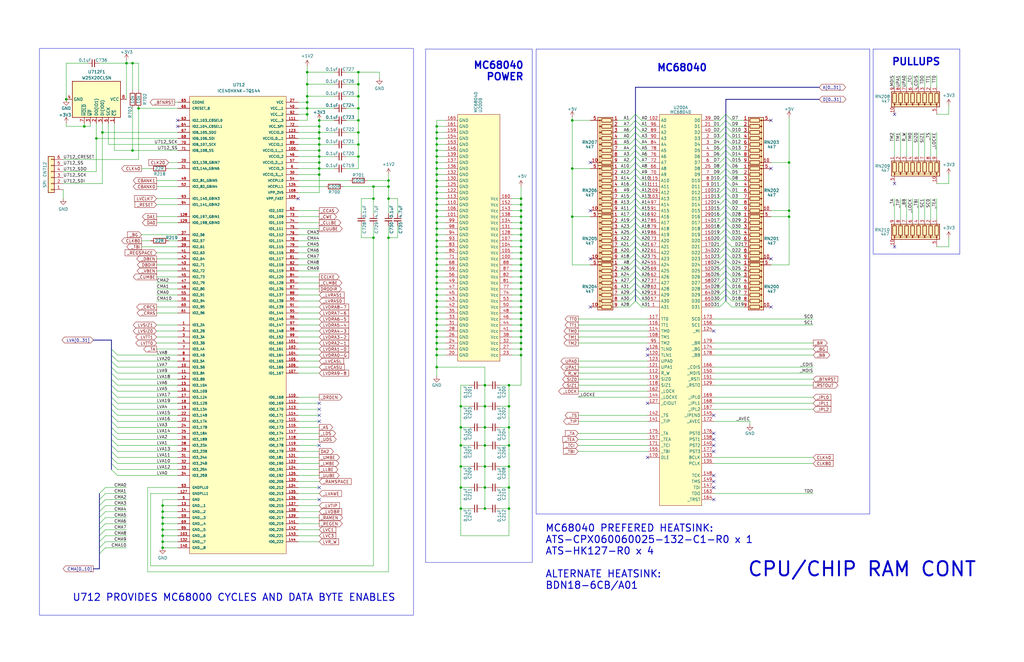
<source format=kicad_sch>
(kicad_sch (version 20231120) (generator "eeschema") (generator_version "8.0")
  (paper "B")
  (title_block (title "AMIGA PCI") (date "2024-04-30") (rev "3.0"))
  (junction (at 184.15 66.04))
  (junction (at 184.15 86.36))
  (junction (at 184.15 60.96))
  (junction (at 163.83 100.33))
  (junction (at 194.31 205.74))
  (junction (at 204.47 180.34))
  (junction (at 214.63 180.34))
  (junction (at 151.13 30.48))
  (junction (at 194.31 214.63))
  (junction (at 184.15 71.12))
  (junction (at 332.74 68.58))
  (junction (at 184.15 78.74))
  (junction (at 184.15 137.16))
  (junction (at 184.15 129.54))
  (junction (at 219.71 132.08))
  (junction (at 219.71 147.32))
  (junction (at 219.71 124.46))
  (junction (at 184.15 134.62))
  (junction (at 219.71 142.24))
  (junction (at 134.62 53.34))
  (junction (at 184.15 154.94))
  (junction (at 204.47 187.96))
  (junction (at 184.15 139.7))
  (junction (at 134.62 58.42))
  (junction (at 194.31 180.34))
  (junction (at 219.71 106.68))
  (junction (at 184.15 106.68))
  (junction (at 184.15 83.82))
  (junction (at 184.15 73.66))
  (junction (at 184.15 149.86))
  (junction (at 204.47 205.74))
  (junction (at 151.13 50.8))
  (junction (at 219.71 109.22))
  (junction (at 184.15 96.52))
  (junction (at 151.13 55.88))
  (junction (at 219.71 149.86))
  (junction (at 184.15 114.3))
  (junction (at 194.31 171.45))
  (junction (at 219.71 116.84))
  (junction (at 68.58 223.52))
  (junction (at 219.71 101.6))
  (junction (at 129.54 43.18))
  (junction (at 27.94 41.91))
  (junction (at 332.74 91.44))
  (junction (at 134.62 66.04))
  (junction (at 184.15 68.58))
  (junction (at 129.54 48.26))
  (junction (at 219.71 96.52))
  (junction (at 214.63 196.85))
  (junction (at 129.54 35.56))
  (junction (at 68.58 220.98))
  (junction (at 163.83 83.82))
  (junction (at 184.15 119.38))
  (junction (at 184.15 99.06))
  (junction (at 134.62 73.66))
  (junction (at 134.62 60.96))
  (junction (at 68.58 231.14))
  (junction (at 151.13 60.96))
  (junction (at 219.71 134.62))
  (junction (at 184.15 147.32))
  (junction (at 219.71 86.36))
  (junction (at 134.62 50.8))
  (junction (at 219.71 119.38))
  (junction (at 184.15 76.2))
  (junction (at 157.48 83.82))
  (junction (at 184.15 111.76))
  (junction (at 184.15 58.42))
  (junction (at 68.58 213.36))
  (junction (at 219.71 91.44))
  (junction (at 184.15 91.44))
  (junction (at 204.47 171.45))
  (junction (at 332.74 88.9))
  (junction (at 184.15 142.24))
  (junction (at 53.34 26.67))
  (junction (at 214.63 214.63))
  (junction (at 151.13 40.64))
  (junction (at 134.62 55.88))
  (junction (at 219.71 137.16))
  (junction (at 184.15 127))
  (junction (at 43.18 55.88))
  (junction (at 184.15 101.6))
  (junction (at 219.71 93.98))
  (junction (at 219.71 129.54))
  (junction (at 219.71 121.92))
  (junction (at 214.63 162.56))
  (junction (at 58.42 45.72))
  (junction (at 184.15 88.9))
  (junction (at 163.83 76.2))
  (junction (at 219.71 83.82))
  (junction (at 184.15 55.88))
  (junction (at 184.15 93.98))
  (junction (at 68.58 228.6))
  (junction (at 157.48 100.33))
  (junction (at 219.71 104.14))
  (junction (at 184.15 132.08))
  (junction (at 184.15 109.22))
  (junction (at 184.15 144.78))
  (junction (at 219.71 88.9))
  (junction (at 68.58 215.9))
  (junction (at 219.71 111.76))
  (junction (at 204.47 196.85))
  (junction (at 184.15 53.34))
  (junction (at 214.63 205.74))
  (junction (at 214.63 187.96))
  (junction (at 194.31 187.96))
  (junction (at 151.13 45.72))
  (junction (at 129.54 45.72))
  (junction (at 184.15 63.5))
  (junction (at 151.13 66.04))
  (junction (at 55.88 63.5))
  (junction (at 184.15 124.46))
  (junction (at 157.48 78.74))
  (junction (at 204.47 214.63))
  (junction (at 219.71 139.7))
  (junction (at 194.31 196.85))
  (junction (at 241.3 50.8))
  (junction (at 184.15 104.14))
  (junction (at 134.62 68.58))
  (junction (at 184.15 121.92))
  (junction (at 55.88 26.67))
  (junction (at 184.15 81.28))
  (junction (at 219.71 114.3))
  (junction (at 214.63 171.45))
  (junction (at 35.56 53.34))
  (junction (at 219.71 144.78))
  (junction (at 241.3 91.44))
  (junction (at 129.54 40.64))
  (junction (at 219.71 127))
  (junction (at 134.62 71.12))
  (junction (at 163.83 78.74))
  (junction (at 241.3 71.12))
  (junction (at 129.54 30.48))
  (junction (at 68.58 218.44))
  (junction (at 134.62 63.5))
  (junction (at 219.71 99.06))
  (junction (at 184.15 116.84))
  (junction (at 40.64 58.42))
  (junction (at 151.13 35.56))
  (junction (at 68.58 226.06))
  (junction (at 204.47 162.56))
  (no_connect (at 300.99 210.82))
  (no_connect (at 248.92 129.54))
  (no_connect (at 273.05 147.32))
  (no_connect (at 273.05 193.04))
  (no_connect (at 273.05 170.18))
  (no_connect (at 300.99 187.96))
  (no_connect (at 300.99 185.42))
  (no_connect (at 134.62 170.18))
  (no_connect (at 325.12 50.8))
  (no_connect (at 134.62 210.82))
  (no_connect (at 273.05 149.86))
  (no_connect (at 74.93 50.8))
  (no_connect (at 300.99 139.7))
  (no_connect (at 300.99 175.26))
  (no_connect (at 377.19 48.26))
  (no_connect (at 134.62 177.8))
  (no_connect (at 134.62 187.96))
  (no_connect (at 248.92 109.22))
  (no_connect (at 248.92 88.9))
  (no_connect (at 248.92 68.58))
  (no_connect (at 74.93 53.34))
  (no_connect (at 300.99 203.2))
  (no_connect (at 300.99 200.66))
  (no_connect (at 325.12 109.22))
  (no_connect (at 300.99 190.5))
  (no_connect (at 134.62 175.26))
  (no_connect (at 377.19 77.47))
  (no_connect (at 325.12 71.12))
  (no_connect (at 134.62 172.72))
  (no_connect (at 325.12 129.54))
  (no_connect (at 125.73 83.82))
  (no_connect (at 134.62 205.74))
  (no_connect (at 300.99 205.74))
  (no_connect (at 377.19 104.14))
  (no_connect (at 300.99 182.88))
  (bus_entry (at 265.43 55.88) (size 2.54 -2.54))
  (bus_entry (at 46.99 187.96) (size 2.54 2.54))
  (bus_entry (at 46.99 198.12) (size 2.54 2.54))
  (bus_entry (at 265.43 116.84) (size 2.54 -2.54))
  (bus_entry (at 308.61 81.28) (size -2.54 -2.54))
  (bus_entry (at 303.53 53.34) (size 2.54 -2.54))
  (bus_entry (at 308.61 129.54) (size -2.54 -2.54))
  (bus_entry (at 303.53 93.98) (size 2.54 -2.54))
  (bus_entry (at 265.43 109.22) (size 2.54 -2.54))
  (bus_entry (at 265.43 101.6) (size 2.54 -2.54))
  (bus_entry (at 270.51 109.22) (size -2.54 -2.54))
  (bus_entry (at 303.53 78.74) (size 2.54 -2.54))
  (bus_entry (at 270.51 60.96) (size -2.54 -2.54))
  (bus_entry (at 46.99 195.58) (size 2.54 2.54))
  (bus_entry (at 265.43 106.68) (size 2.54 -2.54))
  (bus_entry (at 270.51 91.44) (size -2.54 -2.54))
  (bus_entry (at 303.53 81.28) (size 2.54 -2.54))
  (bus_entry (at 265.43 58.42) (size 2.54 -2.54))
  (bus_entry (at 303.53 106.68) (size 2.54 -2.54))
  (bus_entry (at 303.53 63.5) (size 2.54 -2.54))
  (bus_entry (at 308.61 111.76) (size -2.54 -2.54))
  (bus_entry (at 303.53 86.36) (size 2.54 -2.54))
  (bus_entry (at 308.61 96.52) (size -2.54 -2.54))
  (bus_entry (at 270.51 86.36) (size -2.54 -2.54))
  (bus_entry (at 270.51 66.04) (size -2.54 -2.54))
  (bus_entry (at 303.53 66.04) (size 2.54 -2.54))
  (bus_entry (at 46.99 162.56) (size 2.54 2.54))
  (bus_entry (at 308.61 73.66) (size -2.54 -2.54))
  (bus_entry (at 46.99 177.8) (size 2.54 2.54))
  (bus_entry (at 270.51 99.06) (size -2.54 -2.54))
  (bus_entry (at 303.53 104.14) (size 2.54 -2.54))
  (bus_entry (at 308.61 119.38) (size -2.54 -2.54))
  (bus_entry (at 308.61 109.22) (size -2.54 -2.54))
  (bus_entry (at 44.45 210.82) (size -2.54 2.54))
  (bus_entry (at 308.61 93.98) (size -2.54 -2.54))
  (bus_entry (at 270.51 119.38) (size -2.54 -2.54))
  (bus_entry (at 265.43 53.34) (size 2.54 -2.54))
  (bus_entry (at 270.51 127) (size -2.54 -2.54))
  (bus_entry (at 265.43 124.46) (size 2.54 -2.54))
  (bus_entry (at 270.51 96.52) (size -2.54 -2.54))
  (bus_entry (at 303.53 119.38) (size 2.54 -2.54))
  (bus_entry (at 303.53 127) (size 2.54 -2.54))
  (bus_entry (at 308.61 91.44) (size -2.54 -2.54))
  (bus_entry (at 46.99 160.02) (size 2.54 2.54))
  (bus_entry (at 303.53 109.22) (size 2.54 -2.54))
  (bus_entry (at 265.43 99.06) (size 2.54 -2.54))
  (bus_entry (at 270.51 83.82) (size -2.54 -2.54))
  (bus_entry (at 270.51 104.14) (size -2.54 -2.54))
  (bus_entry (at 46.99 157.48) (size 2.54 2.54))
  (bus_entry (at 308.61 50.8) (size -2.54 -2.54))
  (bus_entry (at 303.53 55.88) (size 2.54 -2.54))
  (bus_entry (at 46.99 149.86) (size 2.54 2.54))
  (bus_entry (at 265.43 71.12) (size 2.54 -2.54))
  (bus_entry (at 46.99 170.18) (size 2.54 2.54))
  (bus_entry (at 303.53 88.9) (size 2.54 -2.54))
  (bus_entry (at 308.61 76.2) (size -2.54 -2.54))
  (bus_entry (at 46.99 190.5) (size 2.54 2.54))
  (bus_entry (at 303.53 91.44) (size 2.54 -2.54))
  (bus_entry (at 265.43 73.66) (size 2.54 -2.54))
  (bus_entry (at 265.43 86.36) (size 2.54 -2.54))
  (bus_entry (at 308.61 124.46) (size -2.54 -2.54))
  (bus_entry (at 270.51 50.8) (size -2.54 -2.54))
  (bus_entry (at 270.51 111.76) (size -2.54 -2.54))
  (bus_entry (at 303.53 96.52) (size 2.54 -2.54))
  (bus_entry (at 308.61 58.42) (size -2.54 -2.54))
  (bus_entry (at 308.61 127) (size -2.54 -2.54))
  (bus_entry (at 265.43 60.96) (size 2.54 -2.54))
  (bus_entry (at 44.45 231.14) (size -2.54 2.54))
  (bus_entry (at 265.43 114.3) (size 2.54 -2.54))
  (bus_entry (at 308.61 55.88) (size -2.54 -2.54))
  (bus_entry (at 270.51 53.34) (size -2.54 -2.54))
  (bus_entry (at 270.51 124.46) (size -2.54 -2.54))
  (bus_entry (at 46.99 193.04) (size 2.54 2.54))
  (bus_entry (at 270.51 129.54) (size -2.54 -2.54))
  (bus_entry (at 44.45 205.74) (size -2.54 2.54))
  (bus_entry (at 308.61 116.84) (size -2.54 -2.54))
  (bus_entry (at 46.99 175.26) (size 2.54 2.54))
  (bus_entry (at 265.43 96.52) (size 2.54 -2.54))
  (bus_entry (at 270.51 93.98) (size -2.54 -2.54))
  (bus_entry (at 265.43 76.2) (size 2.54 -2.54))
  (bus_entry (at 303.53 76.2) (size 2.54 -2.54))
  (bus_entry (at 308.61 63.5) (size -2.54 -2.54))
  (bus_entry (at 265.43 83.82) (size 2.54 -2.54))
  (bus_entry (at 308.61 53.34) (size -2.54 -2.54))
  (bus_entry (at 265.43 88.9) (size 2.54 -2.54))
  (bus_entry (at 46.99 154.94) (size 2.54 2.54))
  (bus_entry (at 44.45 223.52) (size -2.54 2.54))
  (bus_entry (at 308.61 66.04) (size -2.54 -2.54))
  (bus_entry (at 308.61 88.9) (size -2.54 -2.54))
  (bus_entry (at 44.45 226.06) (size -2.54 2.54))
  (bus_entry (at 270.51 121.92) (size -2.54 -2.54))
  (bus_entry (at 308.61 106.68) (size -2.54 -2.54))
  (bus_entry (at 265.43 81.28) (size 2.54 -2.54))
  (bus_entry (at 265.43 78.74) (size 2.54 -2.54))
  (bus_entry (at 270.51 116.84) (size -2.54 -2.54))
  (bus_entry (at 308.61 104.14) (size -2.54 -2.54))
  (bus_entry (at 303.53 60.96) (size 2.54 -2.54))
  (bus_entry (at 44.45 215.9) (size -2.54 2.54))
  (bus_entry (at 303.53 124.46) (size 2.54 -2.54))
  (bus_entry (at 265.43 111.76) (size 2.54 -2.54))
  (bus_entry (at 303.53 111.76) (size 2.54 -2.54))
  (bus_entry (at 265.43 66.04) (size 2.54 -2.54))
  (bus_entry (at 270.51 73.66) (size -2.54 -2.54))
  (bus_entry (at 46.99 180.34) (size 2.54 2.54))
  (bus_entry (at 308.61 99.06) (size -2.54 -2.54))
  (bus_entry (at 303.53 129.54) (size 2.54 -2.54))
  (bus_entry (at 46.99 147.32) (size 2.54 2.54))
  (bus_entry (at 303.53 114.3) (size 2.54 -2.54))
  (bus_entry (at 265.43 121.92) (size 2.54 -2.54))
  (bus_entry (at 46.99 165.1) (size 2.54 2.54))
  (bus_entry (at 270.51 55.88) (size -2.54 -2.54))
  (bus_entry (at 265.43 129.54) (size 2.54 -2.54))
  (bus_entry (at 265.43 68.58) (size 2.54 -2.54))
  (bus_entry (at 308.61 78.74) (size -2.54 -2.54))
  (bus_entry (at 265.43 104.14) (size 2.54 -2.54))
  (bus_entry (at 270.51 101.6) (size -2.54 -2.54))
  (bus_entry (at 265.43 119.38) (size 2.54 -2.54))
  (bus_entry (at 270.51 81.28) (size -2.54 -2.54))
  (bus_entry (at 303.53 116.84) (size 2.54 -2.54))
  (bus_entry (at 308.61 86.36) (size -2.54 -2.54))
  (bus_entry (at 270.51 88.9) (size -2.54 -2.54))
  (bus_entry (at 44.45 220.98) (size -2.54 2.54))
  (bus_entry (at 303.53 58.42) (size 2.54 -2.54))
  (bus_entry (at 270.51 106.68) (size -2.54 -2.54))
  (bus_entry (at 44.45 228.6) (size -2.54 2.54))
  (bus_entry (at 308.61 68.58) (size -2.54 -2.54))
  (bus_entry (at 270.51 114.3) (size -2.54 -2.54))
  (bus_entry (at 303.53 68.58) (size 2.54 -2.54))
  (bus_entry (at 270.51 68.58) (size -2.54 -2.54))
  (bus_entry (at 308.61 121.92) (size -2.54 -2.54))
  (bus_entry (at 308.61 60.96) (size -2.54 -2.54))
  (bus_entry (at 265.43 91.44) (size 2.54 -2.54))
  (bus_entry (at 308.61 83.82) (size -2.54 -2.54))
  (bus_entry (at 270.51 63.5) (size -2.54 -2.54))
  (bus_entry (at 44.45 208.28) (size -2.54 2.54))
  (bus_entry (at 46.99 167.64) (size 2.54 2.54))
  (bus_entry (at 265.43 50.8) (size 2.54 -2.54))
  (bus_entry (at 308.61 114.3) (size -2.54 -2.54))
  (bus_entry (at 265.43 93.98) (size 2.54 -2.54))
  (bus_entry (at 303.53 121.92) (size 2.54 -2.54))
  (bus_entry (at 44.45 218.44) (size -2.54 2.54))
  (bus_entry (at 270.51 76.2) (size -2.54 -2.54))
  (bus_entry (at 46.99 152.4) (size 2.54 2.54))
  (bus_entry (at 303.53 99.06) (size 2.54 -2.54))
  (bus_entry (at 270.51 71.12) (size -2.54 -2.54))
  (bus_entry (at 265.43 63.5) (size 2.54 -2.54))
  (bus_entry (at 303.53 50.8) (size 2.54 -2.54))
  (bus_entry (at 308.61 71.12) (size -2.54 -2.54))
  (bus_entry (at 46.99 182.88) (size 2.54 2.54))
  (bus_entry (at 303.53 83.82) (size 2.54 -2.54))
  (bus_entry (at 303.53 101.6) (size 2.54 -2.54))
  (bus_entry (at 46.99 172.72) (size 2.54 2.54))
  (bus_entry (at 270.51 78.74) (size -2.54 -2.54))
  (bus_entry (at 308.61 101.6) (size -2.54 -2.54))
  (bus_entry (at 265.43 127) (size 2.54 -2.54))
  (bus_entry (at 303.53 73.66) (size 2.54 -2.54))
  (bus_entry (at 303.53 71.12) (size 2.54 -2.54))
  (bus_entry (at 270.51 58.42) (size -2.54 -2.54))
  (bus_entry (at 46.99 185.42) (size 2.54 2.54))
  (bus_entry (at 44.45 213.36) (size -2.54 2.54))
  (wire (pts (xy 243.84 154.94) (xy 273.05 154.94)))
  (wire (pts (xy 387.35 31.75) (xy 387.35 36.83)))
  (wire (pts (xy 184.15 109.22) (xy 184.15 111.76)))
  (wire (pts (xy 53.34 26.67) (xy 41.91 26.67)))
  (wire (pts (xy 129.54 40.64) (xy 129.54 43.18)))
  (wire (pts (xy 146.05 55.88) (xy 151.13 55.88)))
  (wire (pts (xy 219.71 101.6) (xy 219.71 104.14)))
  (wire (pts (xy 300.99 134.62) (xy 342.9 134.62)))
  (wire (pts (xy 300.99 129.54) (xy 303.53 129.54)))
  (wire (pts (xy 74.93 83.82) (xy 66.04 83.82)))
  (wire (pts (xy 134.62 134.62) (xy 125.73 134.62)))
  (wire (pts (xy 134.62 60.96) (xy 134.62 63.5)))
  (bus (pts (xy 267.97 104.14) (xy 267.97 106.68)))
  (wire (pts (xy 49.53 160.02) (xy 74.93 160.02)))
  (wire (pts (xy 62.23 241.3) (xy 163.83 241.3)))
  (wire (pts (xy 219.71 119.38) (xy 215.9 119.38)))
  (wire (pts (xy 204.47 154.94) (xy 204.47 162.56)))
  (wire (pts (xy 53.34 41.91) (xy 53.34 26.67)))
  (wire (pts (xy 313.69 91.44) (xy 308.61 91.44)))
  (wire (pts (xy 219.71 86.36) (xy 219.71 88.9)))
  (wire (pts (xy 273.05 83.82) (xy 270.51 83.82)))
  (wire (pts (xy 151.13 60.96) (xy 151.13 66.04)))
  (wire (pts (xy 273.05 76.2) (xy 270.51 76.2)))
  (wire (pts (xy 187.96 83.82) (xy 184.15 83.82)))
  (wire (pts (xy 260.35 76.2) (xy 265.43 76.2)))
  (wire (pts (xy 300.99 127) (xy 303.53 127)))
  (wire (pts (xy 273.05 121.92) (xy 270.51 121.92)))
  (wire (pts (xy 55.88 26.67) (xy 53.34 26.67)))
  (wire (pts (xy 62.23 205.74) (xy 74.93 205.74)))
  (bus (pts (xy 306.07 86.36) (xy 306.07 88.9)))
  (wire (pts (xy 68.58 215.9) (xy 74.93 215.9)))
  (wire (pts (xy 74.93 78.74) (xy 66.04 78.74)))
  (wire (pts (xy 210.82 162.56) (xy 214.63 162.56)))
  (wire (pts (xy 243.84 177.8) (xy 273.05 177.8)))
  (wire (pts (xy 248.92 111.76) (xy 241.3 111.76)))
  (wire (pts (xy 313.69 109.22) (xy 308.61 109.22)))
  (wire (pts (xy 184.15 76.2) (xy 184.15 78.74)))
  (wire (pts (xy 205.74 214.63) (xy 204.47 214.63)))
  (wire (pts (xy 205.74 205.74) (xy 204.47 205.74)))
  (wire (pts (xy 66.04 137.16) (xy 74.93 137.16)))
  (wire (pts (xy 134.62 142.24) (xy 125.73 142.24)))
  (wire (pts (xy 260.35 68.58) (xy 265.43 68.58)))
  (wire (pts (xy 243.84 152.4) (xy 273.05 152.4)))
  (wire (pts (xy 377.19 83.82) (xy 377.19 92.71)))
  (wire (pts (xy 134.62 147.32) (xy 125.73 147.32)))
  (wire (pts (xy 332.74 91.44) (xy 332.74 111.76)))
  (wire (pts (xy 219.71 124.46) (xy 219.71 127)))
  (wire (pts (xy 389.89 55.88) (xy 389.89 66.04)))
  (wire (pts (xy 379.73 55.88) (xy 379.73 66.04)))
  (wire (pts (xy 243.84 182.88) (xy 273.05 182.88)))
  (wire (pts (xy 219.71 106.68) (xy 219.71 109.22)))
  (wire (pts (xy 74.93 129.54) (xy 66.04 129.54)))
  (wire (pts (xy 125.73 58.42) (xy 134.62 58.42)))
  (wire (pts (xy 187.96 99.06) (xy 184.15 99.06)))
  (wire (pts (xy 313.69 53.34) (xy 308.61 53.34)))
  (wire (pts (xy 313.69 86.36) (xy 308.61 86.36)))
  (bus (pts (xy 306.07 111.76) (xy 306.07 114.3)))
  (wire (pts (xy 157.48 90.17) (xy 157.48 83.82)))
  (wire (pts (xy 260.35 106.68) (xy 265.43 106.68)))
  (wire (pts (xy 194.31 205.74) (xy 198.12 205.74)))
  (wire (pts (xy 49.53 185.42) (xy 74.93 185.42)))
  (wire (pts (xy 243.84 185.42) (xy 273.05 185.42)))
  (wire (pts (xy 58.42 67.31) (xy 58.42 45.72)))
  (wire (pts (xy 27.94 26.67) (xy 36.83 26.67)))
  (wire (pts (xy 204.47 187.96) (xy 204.47 196.85)))
  (wire (pts (xy 163.83 90.17) (xy 163.83 83.82)))
  (bus (pts (xy 267.97 91.44) (xy 267.97 93.98)))
  (wire (pts (xy 273.05 124.46) (xy 270.51 124.46)))
  (bus (pts (xy 306.07 109.22) (xy 306.07 111.76)))
  (wire (pts (xy 194.31 162.56) (xy 194.31 171.45)))
  (wire (pts (xy 300.99 78.74) (xy 303.53 78.74)))
  (wire (pts (xy 300.99 96.52) (xy 303.53 96.52)))
  (wire (pts (xy 125.73 129.54) (xy 134.62 129.54)))
  (wire (pts (xy 74.93 127) (xy 66.04 127)))
  (wire (pts (xy 394.97 55.88) (xy 394.97 66.04)))
  (wire (pts (xy 187.96 149.86) (xy 184.15 149.86)))
  (wire (pts (xy 125.73 226.06) (xy 134.62 226.06)))
  (wire (pts (xy 187.96 109.22) (xy 184.15 109.22)))
  (wire (pts (xy 313.69 104.14) (xy 308.61 104.14)))
  (wire (pts (xy 184.15 53.34) (xy 184.15 55.88)))
  (wire (pts (xy 332.74 68.58) (xy 332.74 88.9)))
  (wire (pts (xy 210.82 171.45) (xy 214.63 171.45)))
  (wire (pts (xy 134.62 127) (xy 125.73 127)))
  (wire (pts (xy 214.63 226.06) (xy 194.31 226.06)))
  (wire (pts (xy 219.71 147.32) (xy 219.71 149.86)))
  (wire (pts (xy 163.83 76.2) (xy 154.94 76.2)))
  (wire (pts (xy 134.62 137.16) (xy 125.73 137.16)))
  (wire (pts (xy 273.05 86.36) (xy 270.51 86.36)))
  (wire (pts (xy 273.05 88.9) (xy 270.51 88.9)))
  (bus (pts (xy 41.91 226.06) (xy 41.91 228.6)))
  (bus (pts (xy 306.07 88.9) (xy 306.07 91.44)))
  (wire (pts (xy 184.15 132.08) (xy 184.15 134.62)))
  (wire (pts (xy 219.71 116.84) (xy 215.9 116.84)))
  (bus (pts (xy 41.91 233.68) (xy 41.91 240.03)))
  (wire (pts (xy 313.69 121.92) (xy 308.61 121.92)))
  (wire (pts (xy 134.62 63.5) (xy 134.62 66.04)))
  (wire (pts (xy 313.69 111.76) (xy 308.61 111.76)))
  (wire (pts (xy 313.69 60.96) (xy 308.61 60.96)))
  (bus (pts (xy 306.07 48.26) (xy 306.07 50.8)))
  (wire (pts (xy 273.05 116.84) (xy 270.51 116.84)))
  (wire (pts (xy 243.84 157.48) (xy 273.05 157.48)))
  (wire (pts (xy 125.73 45.72) (xy 129.54 45.72)))
  (bus (pts (xy 306.07 104.14) (xy 306.07 106.68)))
  (bus (pts (xy 306.07 124.46) (xy 306.07 127)))
  (wire (pts (xy 187.96 104.14) (xy 184.15 104.14)))
  (wire (pts (xy 219.71 147.32) (xy 215.9 147.32)))
  (wire (pts (xy 219.71 83.82) (xy 219.71 86.36)))
  (wire (pts (xy 187.96 121.92) (xy 184.15 121.92)))
  (wire (pts (xy 26.67 72.39) (xy 40.64 72.39)))
  (bus (pts (xy 267.97 99.06) (xy 267.97 101.6)))
  (wire (pts (xy 55.88 63.5) (xy 74.93 63.5)))
  (wire (pts (xy 215.9 134.62) (xy 219.71 134.62)))
  (wire (pts (xy 184.15 60.96) (xy 184.15 63.5)))
  (wire (pts (xy 260.35 116.84) (xy 265.43 116.84)))
  (wire (pts (xy 243.84 165.1) (xy 273.05 165.1)))
  (wire (pts (xy 134.62 114.3) (xy 125.73 114.3)))
  (wire (pts (xy 313.69 116.84) (xy 308.61 116.84)))
  (wire (pts (xy 40.64 52.07) (xy 40.64 58.42)))
  (wire (pts (xy 157.48 78.74) (xy 163.83 78.74)))
  (wire (pts (xy 187.96 53.34) (xy 184.15 53.34)))
  (wire (pts (xy 184.15 58.42) (xy 184.15 60.96)))
  (wire (pts (xy 204.47 171.45) (xy 203.2 171.45)))
  (wire (pts (xy 300.99 93.98) (xy 303.53 93.98)))
  (wire (pts (xy 49.53 190.5) (xy 74.93 190.5)))
  (wire (pts (xy 125.73 132.08) (xy 134.62 132.08)))
  (wire (pts (xy 325.12 91.44) (xy 332.74 91.44)))
  (wire (pts (xy 384.81 31.75) (xy 384.81 36.83)))
  (wire (pts (xy 134.62 81.28) (xy 125.73 81.28)))
  (wire (pts (xy 134.62 195.58) (xy 125.73 195.58)))
  (wire (pts (xy 125.73 60.96) (xy 134.62 60.96)))
  (wire (pts (xy 129.54 48.26) (xy 129.54 50.8)))
  (wire (pts (xy 184.15 63.5) (xy 184.15 66.04)))
  (bus (pts (xy 267.97 63.5) (xy 267.97 66.04)))
  (wire (pts (xy 187.96 96.52) (xy 184.15 96.52)))
  (wire (pts (xy 260.35 119.38) (xy 265.43 119.38)))
  (bus (pts (xy 306.07 68.58) (xy 306.07 71.12)))
  (bus (pts (xy 39.37 143.51) (xy 46.99 143.51)))
  (wire (pts (xy 125.73 208.28) (xy 134.62 208.28)))
  (wire (pts (xy 184.15 114.3) (xy 184.15 116.84)))
  (wire (pts (xy 44.45 210.82) (xy 53.34 210.82)))
  (wire (pts (xy 187.96 119.38) (xy 184.15 119.38)))
  (wire (pts (xy 49.53 193.04) (xy 74.93 193.04)))
  (wire (pts (xy 205.74 162.56) (xy 204.47 162.56)))
  (wire (pts (xy 151.13 66.04) (xy 151.13 71.12)))
  (wire (pts (xy 125.73 76.2) (xy 147.32 76.2)))
  (wire (pts (xy 125.73 116.84) (xy 134.62 116.84)))
  (wire (pts (xy 187.96 101.6) (xy 184.15 101.6)))
  (wire (pts (xy 219.71 142.24) (xy 219.71 144.78)))
  (wire (pts (xy 184.15 55.88) (xy 184.15 58.42)))
  (wire (pts (xy 187.96 71.12) (xy 184.15 71.12)))
  (wire (pts (xy 184.15 147.32) (xy 184.15 149.86)))
  (wire (pts (xy 219.71 101.6) (xy 215.9 101.6)))
  (wire (pts (xy 300.99 101.6) (xy 303.53 101.6)))
  (wire (pts (xy 35.56 53.34) (xy 35.56 52.07)))
  (wire (pts (xy 125.73 218.44) (xy 134.62 218.44)))
  (bus (pts (xy 306.07 71.12) (xy 306.07 73.66)))
  (wire (pts (xy 125.73 66.04) (xy 134.62 66.04)))
  (wire (pts (xy 313.69 81.28) (xy 308.61 81.28)))
  (bus (pts (xy 267.97 109.22) (xy 267.97 111.76)))
  (wire (pts (xy 204.47 171.45) (xy 204.47 180.34)))
  (wire (pts (xy 205.74 171.45) (xy 204.47 171.45)))
  (wire (pts (xy 243.84 190.5) (xy 273.05 190.5)))
  (bus (pts (xy 46.99 195.58) (xy 46.99 193.04)))
  (bus (pts (xy 306.07 63.5) (xy 306.07 66.04)))
  (bus (pts (xy 46.99 172.72) (xy 46.99 170.18)))
  (wire (pts (xy 273.05 104.14) (xy 270.51 104.14)))
  (wire (pts (xy 125.73 205.74) (xy 134.62 205.74)))
  (wire (pts (xy 260.35 114.3) (xy 265.43 114.3)))
  (wire (pts (xy 387.35 55.88) (xy 387.35 66.04)))
  (wire (pts (xy 134.62 198.12) (xy 125.73 198.12)))
  (bus (pts (xy 306.07 121.92) (xy 306.07 124.46)))
  (wire (pts (xy 300.99 53.34) (xy 303.53 53.34)))
  (wire (pts (xy 382.27 83.82) (xy 382.27 92.71)))
  (wire (pts (xy 219.71 111.76) (xy 219.71 114.3)))
  (wire (pts (xy 134.62 203.2) (xy 125.73 203.2)))
  (bus (pts (xy 46.99 149.86) (xy 46.99 147.32)))
  (wire (pts (xy 134.62 193.04) (xy 125.73 193.04)))
  (wire (pts (xy 210.82 187.96) (xy 214.63 187.96)))
  (wire (pts (xy 219.71 127) (xy 219.71 129.54)))
  (wire (pts (xy 58.42 45.72) (xy 74.93 45.72)))
  (bus (pts (xy 267.97 101.6) (xy 267.97 104.14)))
  (wire (pts (xy 300.99 137.16) (xy 342.9 137.16)))
  (wire (pts (xy 134.62 71.12) (xy 140.97 71.12)))
  (wire (pts (xy 219.71 142.24) (xy 215.9 142.24)))
  (wire (pts (xy 194.31 180.34) (xy 198.12 180.34)))
  (wire (pts (xy 74.93 142.24) (xy 66.04 142.24)))
  (bus (pts (xy 267.97 73.66) (xy 267.97 76.2)))
  (wire (pts (xy 68.58 215.9) (xy 68.58 218.44)))
  (wire (pts (xy 44.45 228.6) (xy 53.34 228.6)))
  (wire (pts (xy 134.62 68.58) (xy 134.62 71.12)))
  (wire (pts (xy 219.71 129.54) (xy 215.9 129.54)))
  (wire (pts (xy 273.05 119.38) (xy 270.51 119.38)))
  (bus (pts (xy 46.99 175.26) (xy 46.99 172.72)))
  (wire (pts (xy 394.97 48.26) (xy 400.05 48.26)))
  (wire (pts (xy 325.12 68.58) (xy 332.74 68.58)))
  (wire (pts (xy 125.73 68.58) (xy 134.62 68.58)))
  (wire (pts (xy 184.15 121.92) (xy 184.15 124.46)))
  (wire (pts (xy 300.99 144.78) (xy 342.9 144.78)))
  (bus (pts (xy 267.97 50.8) (xy 267.97 53.34)))
  (wire (pts (xy 260.35 121.92) (xy 265.43 121.92)))
  (wire (pts (xy 187.96 58.42) (xy 184.15 58.42)))
  (wire (pts (xy 134.62 167.64) (xy 125.73 167.64)))
  (wire (pts (xy 219.71 99.06) (xy 219.71 101.6)))
  (wire (pts (xy 125.73 101.6) (xy 134.62 101.6)))
  (bus (pts (xy 46.99 170.18) (xy 46.99 167.64)))
  (wire (pts (xy 219.71 129.54) (xy 219.71 132.08)))
  (wire (pts (xy 134.62 172.72) (xy 125.73 172.72)))
  (wire (pts (xy 300.99 195.58) (xy 342.9 195.58)))
  (wire (pts (xy 187.96 124.46) (xy 184.15 124.46)))
  (wire (pts (xy 49.53 175.26) (xy 74.93 175.26)))
  (bus (pts (xy 306.07 60.96) (xy 306.07 63.5)))
  (wire (pts (xy 151.13 35.56) (xy 151.13 30.48)))
  (wire (pts (xy 219.71 86.36) (xy 215.9 86.36)))
  (wire (pts (xy 389.89 83.82) (xy 389.89 92.71)))
  (wire (pts (xy 125.73 139.7) (xy 134.62 139.7)))
  (wire (pts (xy 187.96 132.08) (xy 184.15 132.08)))
  (wire (pts (xy 43.18 55.88) (xy 74.93 55.88)))
  (wire (pts (xy 129.54 27.94) (xy 129.54 30.48)))
  (wire (pts (xy 214.63 180.34) (xy 214.63 187.96)))
  (wire (pts (xy 260.35 91.44) (xy 265.43 91.44)))
  (wire (pts (xy 184.15 139.7) (xy 184.15 142.24)))
  (wire (pts (xy 204.47 180.34) (xy 204.47 187.96)))
  (wire (pts (xy 300.99 86.36) (xy 303.53 86.36)))
  (wire (pts (xy 204.47 214.63) (xy 203.2 214.63)))
  (wire (pts (xy 260.35 88.9) (xy 265.43 88.9)))
  (wire (pts (xy 313.69 71.12) (xy 308.61 71.12)))
  (wire (pts (xy 300.99 114.3) (xy 303.53 114.3)))
  (bus (pts (xy 267.97 71.12) (xy 267.97 73.66)))
  (wire (pts (xy 187.96 144.78) (xy 184.15 144.78)))
  (wire (pts (xy 74.93 116.84) (xy 66.04 116.84)))
  (bus (pts (xy 306.07 96.52) (xy 306.07 99.06)))
  (bus (pts (xy 267.97 66.04) (xy 267.97 68.58)))
  (wire (pts (xy 66.04 147.32) (xy 74.93 147.32)))
  (wire (pts (xy 219.71 109.22) (xy 215.9 109.22)))
  (wire (pts (xy 394.97 104.14) (xy 400.05 104.14)))
  (wire (pts (xy 45.72 60.96) (xy 45.72 52.07)))
  (wire (pts (xy 379.73 31.75) (xy 379.73 36.83)))
  (wire (pts (xy 219.71 121.92) (xy 219.71 124.46)))
  (wire (pts (xy 184.15 86.36) (xy 184.15 88.9)))
  (bus (pts (xy 46.99 190.5) (xy 46.99 187.96)))
  (wire (pts (xy 260.35 93.98) (xy 265.43 93.98)))
  (wire (pts (xy 129.54 43.18) (xy 129.54 45.72)))
  (wire (pts (xy 394.97 31.75) (xy 394.97 36.83)))
  (bus (pts (xy 267.97 121.92) (xy 267.97 124.46)))
  (wire (pts (xy 300.99 76.2) (xy 303.53 76.2)))
  (wire (pts (xy 300.99 50.8) (xy 303.53 50.8)))
  (bus (pts (xy 267.97 53.34) (xy 267.97 55.88)))
  (bus (pts (xy 46.99 147.32) (xy 46.99 143.51)))
  (wire (pts (xy 273.05 53.34) (xy 270.51 53.34)))
  (wire (pts (xy 194.31 214.63) (xy 194.31 226.06)))
  (wire (pts (xy 300.99 109.22) (xy 303.53 109.22)))
  (bus (pts (xy 46.99 162.56) (xy 46.99 160.02)))
  (wire (pts (xy 260.35 86.36) (xy 265.43 86.36)))
  (bus (pts (xy 306.07 58.42) (xy 306.07 60.96)))
  (bus (pts (xy 306.07 93.98) (xy 306.07 96.52)))
  (wire (pts (xy 300.99 83.82) (xy 303.53 83.82)))
  (wire (pts (xy 273.05 55.88) (xy 270.51 55.88)))
  (wire (pts (xy 68.58 213.36) (xy 74.93 213.36)))
  (wire (pts (xy 219.71 137.16) (xy 219.71 139.7)))
  (wire (pts (xy 273.05 71.12) (xy 270.51 71.12)))
  (wire (pts (xy 146.05 35.56) (xy 151.13 35.56)))
  (wire (pts (xy 260.35 71.12) (xy 265.43 71.12)))
  (bus (pts (xy 41.91 223.52) (xy 41.91 226.06)))
  (wire (pts (xy 313.69 129.54) (xy 308.61 129.54)))
  (wire (pts (xy 273.05 127) (xy 270.51 127)))
  (wire (pts (xy 219.71 119.38) (xy 219.71 121.92)))
  (wire (pts (xy 184.15 99.06) (xy 184.15 101.6)))
  (wire (pts (xy 59.69 101.6) (xy 63.5 101.6)))
  (wire (pts (xy 219.71 106.68) (xy 215.9 106.68)))
  (wire (pts (xy 125.73 106.68) (xy 134.62 106.68)))
  (bus (pts (xy 41.91 215.9) (xy 41.91 218.44)))
  (wire (pts (xy 260.35 81.28) (xy 265.43 81.28)))
  (bus (pts (xy 306.07 76.2) (xy 306.07 78.74)))
  (wire (pts (xy 35.56 53.34) (xy 38.1 53.34)))
  (wire (pts (xy 125.73 152.4) (xy 134.62 152.4)))
  (wire (pts (xy 152.4 100.33) (xy 157.48 100.33)))
  (wire (pts (xy 219.71 109.22) (xy 219.71 111.76)))
  (wire (pts (xy 68.58 223.52) (xy 74.93 223.52)))
  (wire (pts (xy 187.96 129.54) (xy 184.15 129.54)))
  (wire (pts (xy 313.69 78.74) (xy 308.61 78.74)))
  (bus (pts (xy 41.91 220.98) (xy 41.91 223.52)))
  (wire (pts (xy 44.45 215.9) (xy 53.34 215.9)))
  (bus (pts (xy 41.91 210.82) (xy 41.91 213.36)))
  (bus (pts (xy 41.91 218.44) (xy 41.91 220.98)))
  (wire (pts (xy 134.62 228.6) (xy 125.73 228.6)))
  (wire (pts (xy 74.93 76.2) (xy 66.04 76.2)))
  (wire (pts (xy 27.94 53.34) (xy 27.94 52.07)))
  (wire (pts (xy 273.05 60.96) (xy 270.51 60.96)))
  (wire (pts (xy 187.96 127) (xy 184.15 127)))
  (wire (pts (xy 205.74 187.96) (xy 204.47 187.96)))
  (wire (pts (xy 49.53 154.94) (xy 74.93 154.94)))
  (wire (pts (xy 210.82 180.34) (xy 214.63 180.34)))
  (bus (pts (xy 41.91 240.03) (xy 39.37 240.03)))
  (wire (pts (xy 129.54 45.72) (xy 140.97 45.72)))
  (wire (pts (xy 184.15 116.84) (xy 184.15 119.38)))
  (bus (pts (xy 267.97 111.76) (xy 267.97 114.3)))
  (wire (pts (xy 125.73 124.46) (xy 134.62 124.46)))
  (wire (pts (xy 243.84 134.62) (xy 273.05 134.62)))
  (wire (pts (xy 260.35 50.8) (xy 265.43 50.8)))
  (wire (pts (xy 219.71 116.84) (xy 219.71 119.38)))
  (bus (pts (xy 267.97 96.52) (xy 267.97 99.06)))
  (bus (pts (xy 306.07 106.68) (xy 306.07 109.22)))
  (wire (pts (xy 49.53 200.66) (xy 74.93 200.66)))
  (bus (pts (xy 267.97 119.38) (xy 267.97 121.92)))
  (wire (pts (xy 184.15 83.82) (xy 184.15 86.36)))
  (wire (pts (xy 204.47 162.56) (xy 204.47 171.45)))
  (wire (pts (xy 74.93 114.3) (xy 66.04 114.3)))
  (wire (pts (xy 68.58 218.44) (xy 74.93 218.44)))
  (wire (pts (xy 44.45 208.28) (xy 53.34 208.28)))
  (wire (pts (xy 187.96 60.96) (xy 184.15 60.96)))
  (wire (pts (xy 260.35 63.5) (xy 265.43 63.5)))
  (wire (pts (xy 134.62 119.38) (xy 125.73 119.38)))
  (bus (pts (xy 46.99 187.96) (xy 46.99 185.42)))
  (wire (pts (xy 300.99 60.96) (xy 303.53 60.96)))
  (bus (pts (xy 267.97 36.83) (xy 345.44 36.83)))
  (wire (pts (xy 74.93 93.98) (xy 66.04 93.98)))
  (wire (pts (xy 49.53 157.48) (xy 74.93 157.48)))
  (wire (pts (xy 134.62 71.12) (xy 134.62 73.66)))
  (wire (pts (xy 134.62 66.04) (xy 140.97 66.04)))
  (wire (pts (xy 129.54 30.48) (xy 129.54 35.56)))
  (wire (pts (xy 260.35 66.04) (xy 265.43 66.04)))
  (wire (pts (xy 68.58 220.98) (xy 74.93 220.98)))
  (wire (pts (xy 74.93 91.44) (xy 66.04 91.44)))
  (wire (pts (xy 313.69 83.82) (xy 308.61 83.82)))
  (wire (pts (xy 66.04 121.92) (xy 74.93 121.92)))
  (wire (pts (xy 187.96 106.68) (xy 184.15 106.68)))
  (wire (pts (xy 273.05 106.68) (xy 270.51 106.68)))
  (wire (pts (xy 44.45 205.74) (xy 53.34 205.74)))
  (wire (pts (xy 273.05 96.52) (xy 270.51 96.52)))
  (wire (pts (xy 68.58 226.06) (xy 74.93 226.06)))
  (wire (pts (xy 187.96 114.3) (xy 184.15 114.3)))
  (wire (pts (xy 300.99 160.02) (xy 342.9 160.02)))
  (wire (pts (xy 68.58 223.52) (xy 68.58 226.06)))
  (wire (pts (xy 146.05 45.72) (xy 151.13 45.72)))
  (wire (pts (xy 300.99 119.38) (xy 303.53 119.38)))
  (bus (pts (xy 267.97 124.46) (xy 267.97 127)))
  (wire (pts (xy 44.45 231.14) (xy 53.34 231.14)))
  (wire (pts (xy 49.53 198.12) (xy 74.93 198.12)))
  (wire (pts (xy 184.15 71.12) (xy 184.15 73.66)))
  (wire (pts (xy 40.64 72.39) (xy 40.64 58.42)))
  (wire (pts (xy 313.69 63.5) (xy 308.61 63.5)))
  (bus (pts (xy 267.97 86.36) (xy 267.97 88.9)))
  (wire (pts (xy 184.15 144.78) (xy 184.15 147.32)))
  (wire (pts (xy 146.05 66.04) (xy 151.13 66.04)))
  (wire (pts (xy 49.53 187.96) (xy 74.93 187.96)))
  (wire (pts (xy 66.04 144.78) (xy 74.93 144.78)))
  (wire (pts (xy 66.04 119.38) (xy 74.93 119.38)))
  (wire (pts (xy 204.47 196.85) (xy 204.47 205.74)))
  (wire (pts (xy 125.73 93.98) (xy 134.62 93.98)))
  (wire (pts (xy 219.71 144.78) (xy 219.71 147.32)))
  (bus (pts (xy 41.91 208.28) (xy 41.91 210.82)))
  (bus (pts (xy 46.99 154.94) (xy 46.99 152.4)))
  (wire (pts (xy 71.12 101.6) (xy 74.93 101.6)))
  (bus (pts (xy 267.97 78.74) (xy 267.97 81.28)))
  (wire (pts (xy 63.5 71.12) (xy 59.69 71.12)))
  (wire (pts (xy 66.04 111.76) (xy 74.93 111.76)))
  (wire (pts (xy 219.71 134.62) (xy 219.71 137.16)))
  (wire (pts (xy 68.58 226.06) (xy 68.58 228.6)))
  (wire (pts (xy 55.88 45.72) (xy 55.88 63.5)))
  (wire (pts (xy 125.73 213.36) (xy 134.62 213.36)))
  (bus (pts (xy 46.99 167.64) (xy 46.99 165.1)))
  (wire (pts (xy 248.92 71.12) (xy 241.3 71.12)))
  (wire (pts (xy 151.13 30.48) (xy 146.05 30.48)))
  (wire (pts (xy 125.73 210.82) (xy 134.62 210.82)))
  (wire (pts (xy 400.05 100.33) (xy 400.05 104.14)))
  (wire (pts (xy 48.26 63.5) (xy 48.26 52.07)))
  (wire (pts (xy 300.99 99.06) (xy 303.53 99.06)))
  (wire (pts (xy 146.05 40.64) (xy 151.13 40.64)))
  (wire (pts (xy 313.69 96.52) (xy 308.61 96.52)))
  (wire (pts (xy 387.35 83.82) (xy 387.35 92.71)))
  (wire (pts (xy 273.05 66.04) (xy 270.51 66.04)))
  (wire (pts (xy 129.54 30.48) (xy 140.97 30.48)))
  (wire (pts (xy 134.62 55.88) (xy 134.62 58.42)))
  (wire (pts (xy 210.82 214.63) (xy 214.63 214.63)))
  (wire (pts (xy 49.53 172.72) (xy 74.93 172.72)))
  (bus (pts (xy 306.07 66.04) (xy 306.07 68.58)))
  (wire (pts (xy 134.62 73.66) (xy 134.62 81.28)))
  (wire (pts (xy 241.3 91.44) (xy 241.3 111.76)))
  (wire (pts (xy 273.05 101.6) (xy 270.51 101.6)))
  (wire (pts (xy 134.62 50.8) (xy 134.62 53.34)))
  (wire (pts (xy 260.35 129.54) (xy 265.43 129.54)))
  (wire (pts (xy 49.53 162.56) (xy 74.93 162.56)))
  (wire (pts (xy 26.67 77.47) (xy 43.18 77.47)))
  (wire (pts (xy 151.13 45.72) (xy 151.13 40.64)))
  (wire (pts (xy 219.71 111.76) (xy 215.9 111.76)))
  (wire (pts (xy 74.93 104.14) (xy 59.69 104.14)))
  (wire (pts (xy 241.3 71.12) (xy 241.3 91.44)))
  (wire (pts (xy 384.81 83.82) (xy 384.81 92.71)))
  (wire (pts (xy 260.35 73.66) (xy 265.43 73.66)))
  (wire (pts (xy 151.13 40.64) (xy 151.13 35.56)))
  (wire (pts (xy 313.69 114.3) (xy 308.61 114.3)))
  (wire (pts (xy 68.58 210.82) (xy 68.58 213.36)))
  (wire (pts (xy 134.62 50.8) (xy 140.97 50.8)))
  (wire (pts (xy 260.35 101.6) (xy 265.43 101.6)))
  (bus (pts (xy 267.97 76.2) (xy 267.97 78.74)))
  (wire (pts (xy 219.71 114.3) (xy 219.71 116.84)))
  (wire (pts (xy 300.99 106.68) (xy 303.53 106.68)))
  (wire (pts (xy 74.93 68.58) (xy 71.12 68.58)))
  (wire (pts (xy 260.35 58.42) (xy 265.43 58.42)))
  (wire (pts (xy 400.05 44.45) (xy 400.05 48.26)))
  (wire (pts (xy 313.69 93.98) (xy 308.61 93.98)))
  (wire (pts (xy 187.96 139.7) (xy 184.15 139.7)))
  (wire (pts (xy 210.82 196.85) (xy 214.63 196.85)))
  (wire (pts (xy 157.48 83.82) (xy 157.48 78.74)))
  (wire (pts (xy 152.4 90.17) (xy 152.4 83.82)))
  (wire (pts (xy 26.67 67.31) (xy 58.42 67.31)))
  (wire (pts (xy 194.31 196.85) (xy 194.31 205.74)))
  (wire (pts (xy 204.47 162.56) (xy 203.2 162.56)))
  (wire (pts (xy 134.62 66.04) (xy 134.62 68.58)))
  (wire (pts (xy 187.96 76.2) (xy 184.15 76.2)))
  (wire (pts (xy 157.48 78.74) (xy 144.78 78.74)))
  (wire (pts (xy 219.71 121.92) (xy 215.9 121.92)))
  (wire (pts (xy 129.54 35.56) (xy 140.97 35.56)))
  (wire (pts (xy 219.71 99.06) (xy 215.9 99.06)))
  (bus (pts (xy 46.99 160.02) (xy 46.99 157.48)))
  (wire (pts (xy 194.31 162.56) (xy 198.12 162.56)))
  (wire (pts (xy 300.99 55.88) (xy 303.53 55.88)))
  (wire (pts (xy 382.27 55.88) (xy 382.27 66.04)))
  (wire (pts (xy 125.73 73.66) (xy 134.62 73.66)))
  (wire (pts (xy 219.71 139.7) (xy 215.9 139.7)))
  (wire (pts (xy 392.43 83.82) (xy 392.43 92.71)))
  (wire (pts (xy 325.12 111.76) (xy 332.74 111.76)))
  (wire (pts (xy 300.99 58.42) (xy 303.53 58.42)))
  (wire (pts (xy 214.63 205.74) (xy 214.63 214.63)))
  (wire (pts (xy 151.13 50.8) (xy 151.13 45.72)))
  (wire (pts (xy 44.45 226.06) (xy 53.34 226.06)))
  (bus (pts (xy 46.99 182.88) (xy 46.99 180.34)))
  (wire (pts (xy 187.96 93.98) (xy 184.15 93.98)))
  (wire (pts (xy 243.84 139.7) (xy 273.05 139.7)))
  (wire (pts (xy 187.96 134.62) (xy 184.15 134.62)))
  (wire (pts (xy 300.99 71.12) (xy 303.53 71.12)))
  (wire (pts (xy 215.9 93.98) (xy 219.71 93.98)))
  (wire (pts (xy 187.96 91.44) (xy 184.15 91.44)))
  (wire (pts (xy 219.71 91.44) (xy 219.71 93.98)))
  (bus (pts (xy 267.97 55.88) (xy 267.97 58.42)))
  (wire (pts (xy 300.99 111.76) (xy 303.53 111.76)))
  (wire (pts (xy 134.62 53.34) (xy 134.62 55.88)))
  (wire (pts (xy 58.42 38.1) (xy 58.42 26.67)))
  (wire (pts (xy 49.53 165.1) (xy 74.93 165.1)))
  (wire (pts (xy 68.58 228.6) (xy 74.93 228.6)))
  (wire (pts (xy 219.71 139.7) (xy 219.71 142.24)))
  (wire (pts (xy 184.15 158.75) (xy 184.15 154.94)))
  (wire (pts (xy 134.62 170.18) (xy 125.73 170.18)))
  (wire (pts (xy 219.71 96.52) (xy 219.71 99.06)))
  (wire (pts (xy 273.05 73.66) (xy 270.51 73.66)))
  (wire (pts (xy 273.05 58.42) (xy 270.51 58.42)))
  (wire (pts (xy 194.31 196.85) (xy 198.12 196.85)))
  (wire (pts (xy 66.04 139.7) (xy 74.93 139.7)))
  (wire (pts (xy 49.53 152.4) (xy 74.93 152.4)))
  (wire (pts (xy 184.15 93.98) (xy 184.15 96.52)))
  (wire (pts (xy 204.47 180.34) (xy 203.2 180.34)))
  (wire (pts (xy 184.15 142.24) (xy 184.15 144.78)))
  (wire (pts (xy 273.05 78.74) (xy 270.51 78.74)))
  (wire (pts (xy 68.58 220.98) (xy 68.58 223.52)))
  (wire (pts (xy 146.05 50.8) (xy 151.13 50.8)))
  (bus (pts (xy 267.97 48.26) (xy 267.97 50.8)))
  (wire (pts (xy 300.99 149.86) (xy 342.9 149.86)))
  (wire (pts (xy 219.71 93.98) (xy 219.71 96.52)))
  (wire (pts (xy 125.73 99.06) (xy 134.62 99.06)))
  (bus (pts (xy 306.07 78.74) (xy 306.07 81.28)))
  (wire (pts (xy 134.62 60.96) (xy 140.97 60.96)))
  (bus (pts (xy 41.91 228.6) (xy 41.91 231.14)))
  (wire (pts (xy 187.96 142.24) (xy 184.15 142.24)))
  (wire (pts (xy 125.73 223.52) (xy 134.62 223.52)))
  (bus (pts (xy 306.07 41.91) (xy 345.44 41.91)))
  (wire (pts (xy 313.69 106.68) (xy 308.61 106.68)))
  (wire (pts (xy 382.27 31.75) (xy 382.27 36.83)))
  (wire (pts (xy 27.94 53.34) (xy 35.56 53.34)))
  (wire (pts (xy 194.31 171.45) (xy 198.12 171.45)))
  (wire (pts (xy 313.69 73.66) (xy 308.61 73.66)))
  (wire (pts (xy 184.15 119.38) (xy 184.15 121.92)))
  (wire (pts (xy 187.96 116.84) (xy 184.15 116.84)))
  (wire (pts (xy 187.96 111.76) (xy 184.15 111.76)))
  (bus (pts (xy 306.07 99.06) (xy 306.07 101.6)))
  (wire (pts (xy 184.15 50.8) (xy 184.15 53.34)))
  (bus (pts (xy 306.07 48.26) (xy 306.07 41.91)))
  (wire (pts (xy 184.15 81.28) (xy 184.15 83.82)))
  (wire (pts (xy 134.62 200.66) (xy 125.73 200.66)))
  (wire (pts (xy 243.84 137.16) (xy 273.05 137.16)))
  (wire (pts (xy 313.69 55.88) (xy 308.61 55.88)))
  (wire (pts (xy 184.15 106.68) (xy 184.15 109.22)))
  (wire (pts (xy 184.15 127) (xy 184.15 129.54)))
  (wire (pts (xy 38.1 53.34) (xy 38.1 52.07)))
  (wire (pts (xy 187.96 68.58) (xy 184.15 68.58)))
  (wire (pts (xy 273.05 91.44) (xy 270.51 91.44)))
  (wire (pts (xy 241.3 50.8) (xy 241.3 71.12)))
  (wire (pts (xy 160.02 30.48) (xy 151.13 30.48)))
  (wire (pts (xy 194.31 171.45) (xy 194.31 180.34)))
  (wire (pts (xy 204.47 154.94) (xy 184.15 154.94)))
  (wire (pts (xy 243.84 175.26) (xy 273.05 175.26)))
  (bus (pts (xy 41.91 213.36) (xy 41.91 215.9)))
  (wire (pts (xy 300.99 68.58) (xy 303.53 68.58)))
  (wire (pts (xy 194.31 180.34) (xy 194.31 187.96)))
  (wire (pts (xy 243.84 162.56) (xy 273.05 162.56)))
  (wire (pts (xy 187.96 66.04) (xy 184.15 66.04)))
  (wire (pts (xy 260.35 60.96) (xy 265.43 60.96)))
  (wire (pts (xy 66.04 109.22) (xy 74.93 109.22)))
  (wire (pts (xy 184.15 88.9) (xy 184.15 91.44)))
  (bus (pts (xy 46.99 152.4) (xy 46.99 149.86)))
  (wire (pts (xy 68.58 210.82) (xy 74.93 210.82)))
  (wire (pts (xy 394.97 83.82) (xy 394.97 92.71)))
  (wire (pts (xy 125.73 71.12) (xy 134.62 71.12)))
  (wire (pts (xy 125.73 215.9) (xy 134.62 215.9)))
  (wire (pts (xy 313.69 124.46) (xy 308.61 124.46)))
  (bus (pts (xy 267.97 60.96) (xy 267.97 63.5)))
  (wire (pts (xy 49.53 167.64) (xy 74.93 167.64)))
  (wire (pts (xy 219.71 132.08) (xy 219.71 134.62)))
  (wire (pts (xy 300.99 170.18) (xy 342.9 170.18)))
  (wire (pts (xy 325.12 88.9) (xy 332.74 88.9)))
  (wire (pts (xy 134.62 58.42) (xy 134.62 60.96)))
  (wire (pts (xy 241.3 49.53) (xy 241.3 50.8)))
  (wire (pts (xy 45.72 60.96) (xy 74.93 60.96)))
  (wire (pts (xy 215.9 114.3) (xy 219.71 114.3)))
  (wire (pts (xy 134.62 175.26) (xy 125.73 175.26)))
  (bus (pts (xy 46.99 177.8) (xy 46.99 175.26)))
  (wire (pts (xy 163.83 241.3) (xy 163.83 100.33)))
  (wire (pts (xy 125.73 50.8) (xy 129.54 50.8)))
  (wire (pts (xy 300.99 208.28) (xy 342.9 208.28)))
  (wire (pts (xy 194.31 214.63) (xy 198.12 214.63)))
  (wire (pts (xy 184.15 96.52) (xy 184.15 99.06)))
  (wire (pts (xy 219.71 104.14) (xy 219.71 106.68)))
  (bus (pts (xy 46.99 193.04) (xy 46.99 190.5)))
  (bus (pts (xy 46.99 165.1) (xy 46.99 162.56)))
  (wire (pts (xy 125.73 104.14) (xy 134.62 104.14)))
  (wire (pts (xy 125.73 144.78) (xy 134.62 144.78)))
  (wire (pts (xy 163.83 83.82) (xy 167.64 83.82)))
  (wire (pts (xy 63.5 208.28) (xy 74.93 208.28)))
  (bus (pts (xy 267.97 68.58) (xy 267.97 71.12)))
  (wire (pts (xy 184.15 134.62) (xy 184.15 137.16)))
  (wire (pts (xy 260.35 55.88) (xy 265.43 55.88)))
  (wire (pts (xy 125.73 154.94) (xy 134.62 154.94)))
  (bus (pts (xy 267.97 83.82) (xy 267.97 86.36)))
  (wire (pts (xy 151.13 50.8) (xy 151.13 55.88)))
  (wire (pts (xy 260.35 99.06) (xy 265.43 99.06)))
  (wire (pts (xy 43.18 77.47) (xy 43.18 55.88)))
  (wire (pts (xy 157.48 100.33) (xy 157.48 238.76)))
  (wire (pts (xy 134.62 185.42) (xy 125.73 185.42)))
  (wire (pts (xy 219.71 162.56) (xy 214.63 162.56)))
  (wire (pts (xy 68.58 231.14) (xy 74.93 231.14)))
  (wire (pts (xy 125.73 157.48) (xy 134.62 157.48)))
  (wire (pts (xy 243.84 187.96) (xy 273.05 187.96)))
  (wire (pts (xy 125.73 109.22) (xy 134.62 109.22)))
  (wire (pts (xy 55.88 26.67) (xy 55.88 38.1)))
  (wire (pts (xy 392.43 55.88) (xy 392.43 66.04)))
  (bus (pts (xy 46.99 157.48) (xy 46.99 154.94)))
  (wire (pts (xy 300.99 88.9) (xy 303.53 88.9)))
  (wire (pts (xy 377.19 55.88) (xy 377.19 66.04)))
  (wire (pts (xy 379.73 83.82) (xy 379.73 92.71)))
  (bus (pts (xy 41.91 231.14) (xy 41.91 233.68)))
  (wire (pts (xy 49.53 195.58) (xy 74.93 195.58)))
  (bus (pts (xy 267.97 106.68) (xy 267.97 109.22)))
  (wire (pts (xy 204.47 187.96) (xy 203.2 187.96)))
  (wire (pts (xy 219.71 78.74) (xy 219.71 83.82)))
  (wire (pts (xy 68.58 228.6) (xy 68.58 231.14)))
  (wire (pts (xy 313.69 99.06) (xy 308.61 99.06)))
  (wire (pts (xy 53.34 26.67) (xy 53.34 25.4)))
  (wire (pts (xy 260.35 53.34) (xy 265.43 53.34)))
  (wire (pts (xy 134.62 55.88) (xy 140.97 55.88)))
  (wire (pts (xy 243.84 142.24) (xy 273.05 142.24)))
  (wire (pts (xy 204.47 205.74) (xy 203.2 205.74)))
  (wire (pts (xy 48.26 63.5) (xy 55.88 63.5)))
  (wire (pts (xy 49.53 180.34) (xy 74.93 180.34)))
  (wire (pts (xy 313.69 66.04) (xy 308.61 66.04)))
  (wire (pts (xy 68.58 213.36) (xy 68.58 215.9)))
  (wire (pts (xy 300.99 124.46) (xy 303.53 124.46)))
  (wire (pts (xy 184.15 78.74) (xy 184.15 81.28)))
  (wire (pts (xy 273.05 129.54) (xy 270.51 129.54)))
  (wire (pts (xy 134.62 121.92) (xy 125.73 121.92)))
  (wire (pts (xy 214.63 171.45) (xy 214.63 180.34)))
  (wire (pts (xy 300.99 63.5) (xy 303.53 63.5)))
  (bus (pts (xy 267.97 81.28) (xy 267.97 83.82)))
  (wire (pts (xy 316.23 177.8) (xy 316.23 179.07)))
  (bus (pts (xy 267.97 114.3) (xy 267.97 116.84)))
  (wire (pts (xy 313.69 76.2) (xy 308.61 76.2)))
  (wire (pts (xy 184.15 66.04) (xy 184.15 68.58)))
  (wire (pts (xy 313.69 50.8) (xy 308.61 50.8)))
  (wire (pts (xy 184.15 91.44) (xy 184.15 93.98)))
  (wire (pts (xy 62.23 205.74) (xy 62.23 241.3)))
  (wire (pts (xy 59.69 99.06) (xy 74.93 99.06)))
  (wire (pts (xy 260.35 78.74) (xy 265.43 78.74)))
  (wire (pts (xy 125.73 43.18) (xy 129.54 43.18)))
  (wire (pts (xy 260.35 124.46) (xy 265.43 124.46)))
  (wire (pts (xy 300.99 167.64) (xy 342.9 167.64)))
  (wire (pts (xy 74.93 71.12) (xy 71.12 71.12)))
  (wire (pts (xy 184.15 73.66) (xy 184.15 76.2)))
  (wire (pts (xy 243.84 167.64) (xy 273.05 167.64)))
  (wire (pts (xy 40.64 58.42) (xy 74.93 58.42)))
  (wire (pts (xy 63.5 238.76) (xy 63.5 208.28)))
  (wire (pts (xy 219.71 137.16) (xy 215.9 137.16)))
  (wire (pts (xy 273.05 50.8) (xy 270.51 50.8)))
  (wire (pts (xy 163.83 73.66) (xy 163.83 76.2)))
  (wire (pts (xy 219.71 149.86) (xy 215.9 149.86)))
  (wire (pts (xy 134.62 149.86) (xy 125.73 149.86)))
  (wire (pts (xy 187.96 88.9) (xy 184.15 88.9)))
  (wire (pts (xy 210.82 205.74) (xy 214.63 205.74)))
  (wire (pts (xy 184.15 104.14) (xy 184.15 106.68)))
  (wire (pts (xy 184.15 124.46) (xy 184.15 127)))
  (wire (pts (xy 313.69 88.9) (xy 308.61 88.9)))
  (wire (pts (xy 55.88 26.67) (xy 58.42 26.67)))
  (wire (pts (xy 125.73 111.76) (xy 134.62 111.76)))
  (bus (pts (xy 267.97 116.84) (xy 267.97 119.38)))
  (wire (pts (xy 214.63 162.56) (xy 214.63 171.45)))
  (wire (pts (xy 187.96 50.8) (xy 184.15 50.8)))
  (wire (pts (xy 300.99 121.92) (xy 303.53 121.92)))
  (wire (pts (xy 219.71 132.08) (xy 215.9 132.08)))
  (wire (pts (xy 49.53 170.18) (xy 74.93 170.18)))
  (wire (pts (xy 300.99 154.94) (xy 342.9 154.94)))
  (wire (pts (xy 134.62 187.96) (xy 125.73 187.96)))
  (wire (pts (xy 184.15 68.58) (xy 184.15 71.12)))
  (wire (pts (xy 167.64 83.82) (xy 167.64 90.17)))
  (wire (pts (xy 219.71 127) (xy 215.9 127)))
  (wire (pts (xy 68.58 218.44) (xy 68.58 220.98)))
  (wire (pts (xy 392.43 31.75) (xy 392.43 36.83)))
  (wire (pts (xy 260.35 111.76) (xy 265.43 111.76)))
  (wire (pts (xy 49.53 177.8) (xy 74.93 177.8)))
  (wire (pts (xy 219.71 88.9) (xy 215.9 88.9)))
  (wire (pts (xy 248.92 91.44) (xy 241.3 91.44)))
  (wire (pts (xy 44.45 223.52) (xy 53.34 223.52)))
  (wire (pts (xy 125.73 55.88) (xy 134.62 55.88)))
  (bus (pts (xy 267.97 58.42) (xy 267.97 60.96)))
  (wire (pts (xy 215.9 104.14) (xy 219.71 104.14)))
  (wire (pts (xy 313.69 119.38) (xy 308.61 119.38)))
  (wire (pts (xy 273.05 93.98) (xy 270.51 93.98)))
  (wire (pts (xy 187.96 137.16) (xy 184.15 137.16)))
  (wire (pts (xy 125.73 63.5) (xy 134.62 63.5)))
  (wire (pts (xy 129.54 40.64) (xy 140.97 40.64)))
  (wire (pts (xy 204.47 205.74) (xy 204.47 214.63)))
  (bus (pts (xy 267.97 93.98) (xy 267.97 96.52)))
  (bus (pts (xy 267.97 88.9) (xy 267.97 91.44)))
  (wire (pts (xy 134.62 180.34) (xy 125.73 180.34)))
  (wire (pts (xy 300.99 66.04) (xy 303.53 66.04)))
  (wire (pts (xy 215.9 83.82) (xy 219.71 83.82)))
  (bus (pts (xy 306.07 50.8) (xy 306.07 53.34)))
  (wire (pts (xy 243.84 144.78) (xy 273.05 144.78)))
  (wire (pts (xy 152.4 83.82) (xy 157.48 83.82)))
  (wire (pts (xy 214.63 196.85) (xy 214.63 205.74)))
  (bus (pts (xy 46.99 180.34) (xy 46.99 177.8)))
  (wire (pts (xy 332.74 49.53) (xy 332.74 68.58)))
  (wire (pts (xy 74.93 86.36) (xy 66.04 86.36)))
  (wire (pts (xy 125.73 78.74) (xy 137.16 78.74)))
  (wire (pts (xy 194.31 187.96) (xy 194.31 196.85)))
  (wire (pts (xy 125.73 48.26) (xy 129.54 48.26)))
  (wire (pts (xy 167.64 100.33) (xy 167.64 95.25)))
  (wire (pts (xy 215.9 124.46) (xy 219.71 124.46)))
  (wire (pts (xy 184.15 111.76) (xy 184.15 114.3)))
  (wire (pts (xy 184.15 129.54) (xy 184.15 132.08)))
  (wire (pts (xy 134.62 177.8) (xy 125.73 177.8)))
  (wire (pts (xy 194.31 205.74) (xy 194.31 214.63)))
  (wire (pts (xy 187.96 81.28) (xy 184.15 81.28)))
  (wire (pts (xy 300.99 172.72) (xy 342.9 172.72)))
  (wire (pts (xy 151.13 55.88) (xy 151.13 60.96)))
  (wire (pts (xy 49.53 149.86) (xy 74.93 149.86)))
  (wire (pts (xy 146.05 71.12) (xy 151.13 71.12)))
  (wire (pts (xy 214.63 187.96) (xy 214.63 196.85)))
  (wire (pts (xy 26.67 83.82) (xy 26.67 80.01)))
  (wire (pts (xy 273.05 111.76) (xy 270.51 111.76)))
  (wire (pts (xy 300.99 157.48) (xy 342.9 157.48)))
  (wire (pts (xy 125.73 96.52) (xy 134.62 96.52)))
  (wire (pts (xy 49.53 182.88) (xy 74.93 182.88)))
  (bus (pts (xy 306.07 55.88) (xy 306.07 58.42)))
  (wire (pts (xy 43.18 52.07) (xy 43.18 55.88)))
  (bus (pts (xy 306.07 73.66) (xy 306.07 76.2)))
  (wire (pts (xy 377.19 31.75) (xy 377.19 36.83)))
  (wire (pts (xy 300.99 73.66) (xy 303.53 73.66)))
  (wire (pts (xy 313.69 68.58) (xy 308.61 68.58)))
  (wire (pts (xy 273.05 63.5) (xy 270.51 63.5)))
  (bus (pts (xy 267.97 36.83) (xy 267.97 48.26)))
  (wire (pts (xy 129.54 45.72) (xy 129.54 48.26)))
  (wire (pts (xy 300.99 162.56) (xy 342.9 162.56)))
  (wire (pts (xy 260.35 109.22) (xy 265.43 109.22)))
  (wire (pts (xy 273.05 109.22) (xy 270.51 109.22)))
  (wire (pts (xy 125.73 220.98) (xy 134.62 220.98)))
  (bus (pts (xy 306.07 116.84) (xy 306.07 119.38)))
  (wire (pts (xy 400.05 73.66) (xy 400.05 77.47)))
  (wire (pts (xy 273.05 68.58) (xy 270.51 68.58)))
  (wire (pts (xy 394.97 77.47) (xy 400.05 77.47)))
  (wire (pts (xy 44.45 218.44) (xy 53.34 218.44)))
  (bus (pts (xy 46.99 185.42) (xy 46.99 182.88)))
  (wire (pts (xy 384.81 55.88) (xy 384.81 66.04)))
  (bus (pts (xy 306.07 101.6) (xy 306.07 104.14)))
  (wire (pts (xy 163.83 100.33) (xy 163.83 95.25)))
  (wire (pts (xy 300.99 104.14) (xy 303.53 104.14)))
  (wire (pts (xy 205.74 196.85) (xy 204.47 196.85)))
  (wire (pts (xy 273.05 81.28) (xy 270.51 81.28)))
  (bus (pts (xy 306.07 91.44) (xy 306.07 93.98)))
  (wire (pts (xy 204.47 196.85) (xy 203.2 196.85)))
  (wire (pts (xy 125.73 91.44) (xy 134.62 91.44)))
  (wire (pts (xy 134.62 182.88) (xy 125.73 182.88)))
  (wire (pts (xy 260.35 127) (xy 265.43 127)))
  (bus (pts (xy 306.07 83.82) (xy 306.07 86.36)))
  (wire (pts (xy 184.15 101.6) (xy 184.15 104.14)))
  (wire (pts (xy 194.31 187.96) (xy 198.12 187.96)))
  (wire (pts (xy 187.96 147.32) (xy 184.15 147.32)))
  (wire (pts (xy 219.71 91.44) (xy 215.9 91.44)))
  (bus (pts (xy 306.07 114.3) (xy 306.07 116.84)))
  (wire (pts (xy 205.74 180.34) (xy 204.47 180.34)))
  (wire (pts (xy 187.96 55.88) (xy 184.15 55.88)))
  (wire (pts (xy 184.15 137.16) (xy 184.15 139.7)))
  (wire (pts (xy 219.71 149.86) (xy 219.71 162.56)))
  (wire (pts (xy 273.05 99.06) (xy 270.51 99.06)))
  (bus (pts (xy 306.07 81.28) (xy 306.07 83.82)))
  (wire (pts (xy 187.96 86.36) (xy 184.15 86.36)))
  (wire (pts (xy 163.83 76.2) (xy 163.83 78.74)))
  (bus (pts (xy 46.99 198.12) (xy 46.99 195.58)))
  (wire (pts (xy 219.71 96.52) (xy 215.9 96.52)))
  (wire (pts (xy 160.02 30.48) (xy 160.02 33.02)))
  (wire (pts (xy 157.48 238.76) (xy 63.5 238.76)))
  (wire (pts (xy 260.35 104.14) (xy 265.43 104.14)))
  (wire (pts (xy 243.84 160.02) (xy 273.05 160.02)))
  (wire (pts (xy 74.93 132.08) (xy 66.04 132.08)))
  (wire (pts (xy 187.96 78.74) (xy 184.15 78.74)))
  (wire (pts (xy 125.73 53.34) (xy 134.62 53.34)))
  (wire (pts (xy 152.4 95.25) (xy 152.4 100.33)))
  (wire (pts (xy 74.93 106.68) (xy 66.04 106.68)))
  (wire (pts (xy 313.69 101.6) (xy 308.61 101.6)))
  (wire (pts (xy 313.69 58.42) (xy 308.61 58.42)))
  (wire (pts (xy 248.92 50.8) (xy 241.3 50.8)))
  (wire (pts (xy 129.54 35.56) (xy 129.54 40.64)))
  (wire (pts (xy 44.45 220.98) (xy 53.34 220.98)))
  (wire (pts (xy 219.71 88.9) (xy 219.71 91.44)))
  (wire (pts (xy 300.99 147.32) (xy 342.9 147.32)))
  (bus (pts (xy 306.07 119.38) (xy 306.07 121.92)))
  (wire (pts (xy 214.63 214.63) (xy 214.63 226.06)))
  (wire (pts (xy 163.83 78.74) (xy 163.83 83.82)))
  (wire (pts (xy 163.83 100.33) (xy 167.64 100.33)))
  (wire (pts (xy 313.69 127) (xy 308.61 127)))
  (wire (pts (xy 44.45 213.36) (xy 53.34 213.36)))
  (bus (pts (xy 306.07 53.34) (xy 306.07 55.88)))
  (wire (pts (xy 300.99 116.84) (xy 303.53 116.84)))
  (wire (pts (xy 273.05 114.3) (xy 270.51 114.3)))
  (wire (pts (xy 74.93 43.18) (xy 73.66 43.18)))
  (wire (pts (xy 27.94 41.91) (xy 27.94 26.67)))
  (wire (pts (xy 187.96 73.66) (xy 184.15 73.66)))
  (wire (pts (xy 187.96 63.5) (xy 184.15 63.5)))
  (wire (pts (xy 300.99 81.28) (xy 303.53 81.28)))
  (wire (pts (xy 125.73 88.9) (xy 134.62 88.9)))
  (wire (pts (xy 300.99 177.8) (xy 316.23 177.8)))
  (wire (pts (xy 157.48 95.25) (xy 157.48 100.33)))
  (wire (pts (xy 146.05 60.96) (xy 151.13 60.96)))
  (wire (pts (xy 332.74 88.9) (xy 332.74 91.44)))
  (wire (pts (xy 389.89 31.75) (xy 389.89 36.83)))
  (wire (pts (xy 300.99 91.44) (xy 303.53 91.44)))
  (wire (pts (xy 184.15 149.86) (xy 184.15 154.94)))
  (wire (pts (xy 134.62 190.5) (xy 125.73 190.5)))
  (wire (pts (xy 215.9 144.78) (xy 219.71 144.78)))
  (wire (pts (xy 74.93 124.46) (xy 66.04 124.46)))
  (wire (pts (xy 260.35 83.82) (xy 265.43 83.82)))
  (wire (pts (xy 300.99 193.04) (xy 342.9 193.04)))
  (wire (pts (xy 260.35 96.52) (xy 265.43 96.52)))
  (rectangle (start 179.451 237.363) (end 224.409 20.701))
  (rectangle (start 368.173 20.701) (end 404.749 107.188))
  (rectangle (start 16.637 20.447) (end 174.371 259.588))
  (rectangle (start 226.06 20.701) (end 366.776 216.916))
  (text "MC68040 PREFERED HEATSINK: \nATS-CPX060060025-132-C1-R0 x 1\nATS-HK127-R0 x 4\n\nALTERNATE HEATSINK:\nBDN18-6CB/A01" (at 229.87 248.92 0) (effects (font (size 3 3) (thickness 0.4) (bold yes)) (justify left bottom)))
  (text "U712 PROVIDES MC68000 CYCLES AND DATA BYTE ENABLES" (at 30.48 254 0) (effects (font (size 3 3) (thickness 0.4) (bold yes)) (justify left bottom)))
  (text "MC68040" (at 276.86 30.48 0) (effects (font (size 3 3) (thickness 0.6) (bold yes)) (justify left bottom)))
  (text "MC68040\nPOWER" (at 220.98 34.29 0) (effects (font (size 3 3) (thickness 0.6) (bold yes)) (justify right bottom)))
  (text "CPU/CHIP RAM CONT" (at 314.96 243.84 0) (effects (font (size 6 6) (thickness 0.8) (bold yes)) (justify left bottom)))
  (text "PULLUPS" (at 375.92 27.94 0) (effects (font (size 3 3) (thickness 0.6) (bold yes)) (justify left bottom)))
  (label "_TBI" (at 387.35 83.82 270))
  (label "D3" (at 303.53 58.42 180))
  (label "A19" (at 270.51 99.06 0))
  (label "D18" (at 303.53 96.52 180))
  (label "_TA" (at 377.19 83.82 270))
  (label "CMA3" (at 53.34 213.36 180))
  (label "A26" (at 265.43 114.3 180))
  (label "LVA5" (at 66.04 165.1 0))
  (label "A5" (at 270.51 63.5 0))
  (label "A25" (at 265.43 99.06 180))
  (label "A18" (at 270.51 96.52 0))
  (label "LVA9" (at 66.04 157.48 0))
  (label "A7" (at 265.43 53.34 180))
  (label "D9" (at 303.53 73.66 180))
  (label "A3" (at 270.51 58.42 0))
  (label "A23" (at 270.51 109.22 0))
  (label "UPA1" (at 379.73 31.75 270))
  (label "_BB" (at 382.27 83.82 270))
  (label "CMA7" (at 53.34 223.52 180))
  (label "LVA18" (at 66.04 160.02 0))
  (label "A15" (at 265.43 83.82 180))
  (label "A4" (at 265.43 63.5 180))
  (label "A13" (at 270.51 83.82 0))
  (label "A9" (at 265.43 81.28 180))
  (label "D18" (at 308.61 127 0))
  (label "LVA20" (at 66.04 152.4 0))
  (label "_LOCKE" (at 394.97 55.88 270))
  (label "LVA8" (at 66.04 149.86 0))
  (label "D26" (at 308.61 116.84 0))
  (label "CMA1" (at 66.04 121.92 0))
  (label "U712_SS" (at 74.93 63.5 180))
  (label "D17" (at 303.53 93.98 180))
  (label "CMA0" (at 66.04 124.46 0))
  (label "CMA5" (at 53.34 218.44 180))
  (label "CMA9" (at 134.62 114.3 180))
  (label "SIZ0" (at 387.35 55.88 270))
  (label "LVA3" (at 66.04 180.34 0))
  (label "D21" (at 303.53 104.14 180))
  (label "D29" (at 303.53 124.46 180))
  (label "D29" (at 308.61 93.98 0))
  (label "TDO" (at 389.89 31.75 270))
  (label "A7" (at 270.51 68.58 0))
  (label "LVA12" (at 66.04 198.12 0))
  (label "CMA2" (at 66.04 119.38 0))
  (label "A14" (at 265.43 76.2 180))
  (label "A0" (at 270.51 50.8 0))
  (label "A1" (at 265.43 50.8 180))
  (label "LVA13" (at 66.04 190.5 0))
  (label "CMA7" (at 134.62 109.22 180))
  (label "_TS" (at 392.43 55.88 270))
  (label "U712_SDO" (at 26.67 72.39 0))
  (label "LVA4" (at 66.04 172.72 0))
  (label "A2" (at 270.51 55.88 0))
  (label "D24" (at 308.61 111.76 0))
  (label "D2" (at 303.53 55.88 180))
  (label "A20" (at 270.51 101.6 0))
  (label "A16" (at 270.51 91.44 0))
  (label "A21" (at 265.43 104.14 180))
  (label "D25" (at 308.61 114.3 0))
  (label "D30" (at 308.61 96.52 0))
  (label "D8" (at 303.53 71.12 180))
  (label "U712_SCK" (at 74.93 60.96 180))
  (label "D30" (at 303.53 127 180))
  (label "SC1" (at 342.9 137.16 180))
  (label "LVA17" (at 66.04 167.64 0))
  (label "D4" (at 303.53 60.96 180))
  (label "D5" (at 303.53 63.5 180))
  (label "D22" (at 308.61 106.68 0))
  (label "_TEA" (at 394.97 83.82 270))
  (label "A26" (at 270.51 116.84 0))
  (label "D22" (at 303.53 106.68 180))
  (label "D8" (at 308.61 76.2 0))
  (label "SIZ1" (at 389.89 55.88 270))
  (label "D13" (at 308.61 63.5 0))
  (label "D7" (at 303.53 68.58 180))
  (label "TT1" (at 392.43 31.75 270))
  (label "A22" (at 270.51 106.68 0))
  (label "A29" (at 265.43 124.46 180))
  (label "A24" (at 265.43 116.84 180))
  (label "D27" (at 308.61 119.38 0))
  (label "D20" (at 308.61 101.6 0))
  (label "A6" (at 265.43 55.88 180))
  (label "D25" (at 303.53 114.3 180))
  (label "A27" (at 270.51 119.38 0))
  (label "LVA14" (at 66.04 182.88 0))
  (label "A9" (at 270.51 73.66 0))
  (label "D6" (at 303.53 66.04 180))
  (label "A15" (at 270.51 88.9 0))
  (label "D16" (at 303.53 91.44 180))
  (label "CMA1" (at 53.34 208.28 180))
  (label "A14" (at 270.51 86.36 0))
  (label "_AVEC" (at 316.23 177.8 180))
  (label "A12" (at 270.51 81.28 0))
  (label "D7" (at 308.61 50.8 0))
  (label "LVA0" (at 66.04 200.66 0))
  (label "D4" (at 308.61 78.74 0))
  (label "LVA1" (at 66.04 187.96 0))
  (label "A11" (at 265.43 88.9 180))
  (label "D1" (at 308.61 81.28 0))
  (label "D11" (at 303.53 78.74 180))
  (label "A8" (at 265.43 111.76 180))
  (label "A0" (at 265.43 58.42 180))
  (label "A4" (at 270.51 60.96 0))
  (label "CMA8" (at 134.62 111.76 180))
  (label "CMA6" (at 134.62 106.68 180))
  (label "A8" (at 270.51 71.12 0))
  (label "D24" (at 303.53 111.76 180))
  (label "CMA8" (at 53.34 226.06 180))
  (label "A17" (at 265.43 91.44 180))
  (label "D10" (at 308.61 55.88 0))
  (label "LVA15" (at 66.04 175.26 0))
  (label "U712_SCK" (at 26.67 74.93 0))
  (label "D5" (at 308.61 73.66 0))
  (label "A28" (at 270.51 121.92 0))
  (label "D27" (at 303.53 119.38 180))
  (label "SC1" (at 389.89 83.82 270))
  (label "D14" (at 303.53 86.36 180))
  (label "D31" (at 308.61 99.06 0))
  (label "D26" (at 303.53 116.84 180))
  (label "_MDIS" (at 377.19 31.75 270))
  (label "A3" (at 265.43 66.04 180))
  (label "CMA10" (at 53.34 231.14 180))
  (label "A20" (at 265.43 106.68 180))
  (label "_MDIS" (at 342.9 157.48 180))
  (label "A1" (at 270.51 53.34 0))
  (label "U712_CRESET" (at 26.67 67.31 0))
  (label "A25" (at 270.51 114.3 0))
  (label "CMA4" (at 134.62 101.6 180))
  (label "D1" (at 303.53 53.34 180))
  (label "CMA6" (at 53.34 220.98 180))
  (label "D2" (at 308.61 88.9 0))
  (label "D6" (at 308.61 71.12 0))
  (label "A10" (at 270.51 76.2 0))
  (label "D15" (at 303.53 88.9 180))
  (label "TM2" (at 377.19 55.88 270))
  (label "A30" (at 270.51 127 0))
  (label "A27" (at 265.43 119.38 180))
  (label "A29" (at 270.51 124.46 0))
  (label "D9" (at 308.61 53.34 0))
  (label "LVA19" (at 66.04 170.18 0))
  (label "A2" (at 265.43 68.58 180))
  (label "TM1" (at 379.73 55.88 270))
  (label "A31" (at 265.43 121.92 180))
  (label "CMA10" (at 66.04 127 0))
  (label "A18" (at 265.43 109.22 180))
  (label "D19" (at 309.88 129.54 0))
  (label "CMA5" (at 134.62 104.14 180))
  (label "U712_SDI" (at 26.67 77.47 0))
  (label "_TIP" (at 379.73 83.82 270))
  (label "D11" (at 308.61 58.42 0))
  (label "U712_SS" (at 26.67 69.85 0))
  (label "D19" (at 303.53 99.06 180))
  (label "_CDIS" (at 342.9 154.94 180))
  (label "LVA2" (at 66.04 185.42 0))
  (label "A16" (at 265.43 78.74 180))
  (label "D28" (at 303.53 121.92 180))
  (label "A6" (at 270.51 66.04 0))
  (label "SC0" (at 392.43 83.82 270))
  (label "A28" (at 265.43 129.54 180))
  (label "A12" (at 265.43 73.66 180))
  (label "A10" (at 265.43 71.12 180))
  (label "CMA0" (at 53.34 205.74 180))
  (label "A13" (at 265.43 86.36 180))
  (label "_TCI" (at 384.81 31.75 270))
  (label "D28" (at 308.61 91.44 0))
  (label "_CDIS" (at 387.35 31.75 270))
  (label "SC0" (at 342.9 134.62 180))
  (label "A22" (at 265.43 101.6 180))
  (label "TM0" (at 384.81 55.88 270))
  (label "D23" (at 303.53 109.22 180))
  (label "LVA11" (at 66.04 193.04 0))
  (label "D13" (at 303.53 83.82 180))
  (label "CMA3" (at 134.62 99.06 180))
  (label "D23" (at 308.61 109.22 0))
  (label "D15" (at 308.61 68.58 0))
  (label "D31" (at 303.53 129.54 180))
  (label "LVA6" (at 66.04 162.56 0))
  (label "D20" (at 303.53 101.6 180))
  (label "A11" (at 270.51 78.74 0))
  (label "D0" (at 308.61 86.36 0))
  (label "D14" (at 308.61 66.04 0))
  (label "_LOCK" (at 384.81 83.82 270))
  (label "D3" (at 308.61 83.82 0))
  (label "D12" (at 303.53 81.28 180))
  (label "CMA9" (at 53.34 228.6 180))
  (label "LVA16" (at 66.04 177.8 0))
  (label "UPA0" (at 382.27 31.75 270))
  (label "D21" (at 309.88 104.14 0))
  (label "TDO" (at 342.9 208.28 180))
  (label "A30" (at 265.43 127 180))
  (label "D16" (at 308.61 121.92 0))
  (label "D10" (at 303.53 76.2 180))
  (label "_LOCKE" (at 243.84 167.64 0))
  (label "D0" (at 303.53 50.8 180))
  (label "A31" (at 270.51 129.54 0))
  (label "CMA4" (at 53.34 215.9 180))
  (label "A5" (at 265.43 60.96 180))
  (label "A23" (at 265.43 96.52 180))
  (label "A24" (at 270.51 111.76 0))
  (label "A21" (at 270.51 104.14 0))
  (label "R_W" (at 382.27 55.88 270))
  (label "D17" (at 308.61 124.46 0))
  (label "LVA7" (at 66.04 154.94 0))
  (label "A19" (at 265.43 93.98 180))
  (label "CMA2" (at 53.34 210.82 180))
  (label "TT0" (at 394.97 31.75 270))
  (label "D12" (at 308.61 60.96 0))
  (label "LVA10" (at 66.04 195.58 0))
  (label "A17" (at 270.51 93.98 0))
  (global_label "_UDS" (shape output) (at 134.62 185.42 0) (property "Intersheetrefs" "${INTERSHEET_REFS}" (at 142.3034 185.42 0) (effects (justify left))))
  (global_label "TT0" (shape output) (at 243.84 134.62 180) (property "Intersheetrefs" "${INTERSHEET_REFS}" (at 237.7895 134.62 0) (effects (justify right))))
  (global_label "_TIP" (shape output) (at 243.84 177.8 180) (property "Intersheetrefs" "${INTERSHEET_REFS}" (at 237.1242 177.8 0) (effects (justify right))))
  (global_label "LVDRA1-0" (shape input) (at 134.62 147.32 0) (effects (font (size 1.2954 1.2954))) (property "Intersheetrefs" "${INTERSHEET_REFS}" (at 147.5957 147.32 0) (effects (justify left))))
  (global_label "R_W" (shape output) (at 243.84 157.48 180) (property "Intersheetrefs" "${INTERSHEET_REFS}" (at 237.617 157.48 0) (effects (justify right))))
  (global_label "DRDDIR" (shape output) (at 134.62 121.92 0) (property "Intersheetrefs" "${INTERSHEET_REFS}" (at 144.56 121.92 0) (effects (justify left))))
  (global_label "_IPL2" (shape input) (at 342.9 172.72 0) (property "Intersheetrefs" "${INTERSHEET_REFS}" (at 350.8858 172.72 0) (effects (justify left))))
  (global_label "_UUBE" (shape output) (at 134.62 200.66 0) (property "Intersheetrefs" "${INTERSHEET_REFS}" (at 143.5734 200.66 0) (effects (justify left))))
  (global_label "_CCAS" (shape output) (at 134.62 88.9 0) (property "Intersheetrefs" "${INTERSHEET_REFS}" (at 143.3315 88.9 0) (effects (justify left))))
  (global_label "_LOCK" (shape output) (at 243.84 165.1 180) (property "Intersheetrefs" "${INTERSHEET_REFS}" (at 235.068 165.1 0) (effects (justify right))))
  (global_label "LVDRA9-8" (shape input) (at 134.62 157.48 0) (effects (font (size 1.2954 1.2954))) (property "Intersheetrefs" "${INTERSHEET_REFS}" (at 147.5957 157.48 0) (effects (justify left))))
  (global_label "_BG" (shape input) (at 59.69 99.06 180) (property "Intersheetrefs" "${INTERSHEET_REFS}" (at 53.1972 99.06 0) (effects (justify right))))
  (global_label "LVTT1" (shape bidirectional) (at 66.04 142.24 180) (property "Intersheetrefs" "${INTERSHEET_REFS}" (at 56.6821 142.24 0) (effects (justify right))))
  (global_label "_LDS" (shape output) (at 134.62 182.88 0) (property "Intersheetrefs" "${INTERSHEET_REFS}" (at 142.001 182.88 0) (effects (justify left))))
  (global_label "_LVCASL" (shape input) (at 134.62 152.4 0) (effects (font (size 1.2954 1.2954))) (property "Intersheetrefs" "${INTERSHEET_REFS}" (at 145.4985 152.4 0) (effects (justify left))))
  (global_label "LVDRA7-6" (shape input) (at 134.62 132.08 0) (effects (font (size 1.2954 1.2954))) (property "Intersheetrefs" "${INTERSHEET_REFS}" (at 147.5957 132.08 0) (effects (justify left))))
  (global_label "LVCLK7" (shape input) (at 66.04 83.82 180) (property "Intersheetrefs" "${INTERSHEET_REFS}" (at 56.1605 83.82 0) (effects (justify right))))
  (global_label "_LVCASU" (shape input) (at 134.62 154.94 0) (effects (font (size 1.2954 1.2954))) (property "Intersheetrefs" "${INTERSHEET_REFS}" (at 145.8069 154.94 0) (effects (justify left))))
  (global_label "LVSIZ0" (shape bidirectional) (at 66.04 139.7 180) (property "Intersheetrefs" "${INTERSHEET_REFS}" (at 55.5935 139.7 0) (effects (justify right))))
  (global_label "_CLMBE" (shape output) (at 134.62 119.38 0) (property "Intersheetrefs" "${INTERSHEET_REFS}" (at 144.6619 119.38 0) (effects (justify left))))
  (global_label "_CUUBE" (shape output) (at 134.62 96.52 0) (property "Intersheetrefs" "${INTERSHEET_REFS}" (at 144.8434 96.52 0) (effects (justify left))))
  (global_label "CLK80" (shape input) (at 342.9 195.58 0) (property "Intersheetrefs" "${INTERSHEET_REFS}" (at 351.8723 195.58 0) (effects (justify left))))
  (global_label "_BR" (shape output) (at 342.9 144.78 0) (property "Intersheetrefs" "${INTERSHEET_REFS}" (at 349.3134 144.78 0) (effects (justify left))))
  (global_label "LVDRA3-2" (shape input) (at 134.62 142.24 0) (effects (font (size 1.2954 1.2954))) (property "Intersheetrefs" "${INTERSHEET_REFS}" (at 147.5957 142.24 0) (effects (justify left))))
  (global_label "_REGEN" (shape output) (at 134.62 220.98 0) (effects (font (size 1.2954 1.2954))) (property "Intersheetrefs" "${INTERSHEET_REFS}" (at 144.9433 220.98 0) (effects (justify left))))
  (global_label "_AS" (shape output) (at 134.62 180.34 0) (property "Intersheetrefs" "${INTERSHEET_REFS}" (at 140.8709 180.34 0) (effects (justify left))))
  (global_label "_IPL1" (shape input) (at 342.9 170.18 0) (property "Intersheetrefs" "${INTERSHEET_REFS}" (at 350.8858 170.18 0) (effects (justify left))))
  (global_label "LVDRA5-4" (shape input) (at 134.62 137.16 0) (effects (font (size 1.2954 1.2954))) (property "Intersheetrefs" "${INTERSHEET_REFS}" (at 147.5957 137.16 0) (effects (justify left))))
  (global_label "_CRAS" (shape output) (at 66.04 132.08 180) (property "Intersheetrefs" "${INTERSHEET_REFS}" (at 57.3285 132.08 0) (effects (justify right))))
  (global_label "CMA[0..10]" (shape output) (at 39.37 240.03 180) (property "Intersheetrefs" "${INTERSHEET_REFS}" (at 26.1227 240.03 0) (effects (justify right))))
  (global_label "_DBEN" (shape output) (at 66.04 109.22 180) (property "Intersheetrefs" "${INTERSHEET_REFS}" (at 57.1471 109.22 0) (effects (justify right))))
  (global_label "LVDRA8-7" (shape input) (at 134.62 129.54 0) (effects (font (size 1.2954 1.2954))) (property "Intersheetrefs" "${INTERSHEET_REFS}" (at 147.5957 129.54 0) (effects (justify left))))
  (global_label "_UMBE" (shape output) (at 134.62 193.04 0) (property "Intersheetrefs" "${INTERSHEET_REFS}" (at 143.6943 193.04 0) (effects (justify left))))
  (global_label "_LVAWE" (shape input) (at 134.62 208.28 0) (effects (font (size 1.2954 1.2954))) (property "Intersheetrefs" "${INTERSHEET_REFS}" (at 144.5732 208.28 0) (effects (justify left))))
  (global_label "D[0..31]" (shape bidirectional) (at 345.44 41.91 0) (property "Intersheetrefs" "${INTERSHEET_REFS}" (at 341.757 44.831 0) (effects (justify left))))
  (global_label "LVC3" (shape input) (at 134.62 226.06 0) (property "Intersheetrefs" "${INTERSHEET_REFS}" (at 142.2014 226.06 0) (effects (justify left))))
  (global_label "_DRDEN" (shape output) (at 134.62 167.64 0) (property "Intersheetrefs" "${INTERSHEET_REFS}" (at 144.7829 167.64 0) (effects (justify left))))
  (global_label "LVDRA2-1" (shape input) (at 134.62 144.78 0) (effects (font (size 1.2954 1.2954))) (property "Intersheetrefs" "${INTERSHEET_REFS}" (at 147.5957 144.78 0) (effects (justify left))))
  (global_label "_IPL0" (shape input) (at 342.9 167.64 0) (property "Intersheetrefs" "${INTERSHEET_REFS}" (at 350.8858 167.64 0) (effects (justify left))))
  (global_label "DA2" (shape output) (at 134.62 190.5 0) (property "Intersheetrefs" "${INTERSHEET_REFS}" (at 141.1733 190.5 0) (effects (justify left))))
  (global_label "TM2" (shape output) (at 243.84 144.78 180) (property "Intersheetrefs" "${INTERSHEET_REFS}" (at 237.3057 144.78 0) (effects (justify right))))
  (global_label "_TCI" (shape input) (at 243.84 187.96 180) (property "Intersheetrefs" "${INTERSHEET_REFS}" (at 237.1242 187.96 0) (effects (justify right))))
  (global_label "CCLKE" (shape output) (at 134.62 116.84 0) (property "Intersheetrefs" "${INTERSHEET_REFS}" (at 143.5129 116.84 0) (effects (justify left))))
  (global_label "LVC1" (shape input) (at 134.62 223.52 0) (property "Intersheetrefs" "${INTERSHEET_REFS}" (at 142.2014 223.52 0) (effects (justify left))))
  (global_label "LVDRA6-5" (shape input) (at 134.62 134.62 0) (effects (font (size 1.2954 1.2954))) (property "Intersheetrefs" "${INTERSHEET_REFS}" (at 147.5957 134.62 0) (effects (justify left))))
  (global_label "SIZ0" (shape output) (at 243.84 160.02 180) (property "Intersheetrefs" "${INTERSHEET_REFS}" (at 236.7009 160.02 0) (effects (justify right))))
  (global_label "_CWE" (shape output) (at 134.62 91.44 0) (property "Intersheetrefs" "${INTERSHEET_REFS}" (at 142.3638 91.44 0) (effects (justify left))))
  (global_label "DBDIR" (shape output) (at 66.04 111.76 180) (property "Intersheetrefs" "${INTERSHEET_REFS}" (at 57.4494 111.76 0) (effects (justify right))))
  (global_label "_TBI" (shape output) (at 59.69 104.14 180) (property "Intersheetrefs" "${INTERSHEET_REFS}" (at 52.9742 104.14 0) (effects (justify right))))
  (global_label "A[0..31]" (shape bidirectional) (at 345.44 36.83 0) (property "Intersheetrefs" "${INTERSHEET_REFS}" (at 343.027 33.782 0) (effects (justify left))))
  (global_label "_RSTOUT" (shape output) (at 342.9 162.56 0) (property "Intersheetrefs" "${INTERSHEET_REFS}" (at 353.8491 162.56 0) (effects (justify left))))
  (global_label "_REGSPACE" (shape input) (at 66.04 106.68 180) (effects (font (size 1.2954 1.2954))) (property "Intersheetrefs" "${INTERSHEET_REFS}" (at 52.139 106.68 0) (effects (justify right))))
  (global_label "_RAMEN" (shape output) (at 134.62 218.44 0) (effects (font (size 1.2954 1.2954))) (property "Intersheetrefs" "${INTERSHEET_REFS}" (at 145.0667 218.44 0) (effects (justify left))))
  (global_label "LVR_W" (shape input) (at 134.62 228.6 0) (property "Intersheetrefs" "${INTERSHEET_REFS}" (at 143.4109 228.6 0) (effects (justify left))))
  (global_label "LVSIZ1" (shape bidirectional) (at 66.04 137.16 180) (property "Intersheetrefs" "${INTERSHEET_REFS}" (at 55.5935 137.16 0) (effects (justify right))))
  (global_label "LVA[0..31]" (shape bidirectional) (at 39.37 143.51 180) (property "Intersheetrefs" "${INTERSHEET_REFS}" (at 26.035 143.637 0) (effects (justify right))))
  (global_label "_VBEN" (shape output) (at 66.04 114.3 180) (property "Intersheetrefs" "${INTERSHEET_REFS}" (at 53.086 114.3 0) (effects (justify left))))
  (global_label "CLK40" (shape output) (at 59.69 71.12 180) (property "Intersheetrefs" "${INTERSHEET_REFS}" (at 50.7177 71.12 0) (effects (justify right))))
  (global_label "_BTNRST" (shape input) (at 342.9 160.02 0) (property "Intersheetrefs" "${INTERSHEET_REFS}" (at 353.868 160.02 0) (effects (justify left))))
  (global_label "_BG" (shape input) (at 342.9 147.32 0) (property "Intersheetrefs" "${INTERSHEET_REFS}" (at 349.3134 147.32 0) (effects (justify left))))
  (global_label "_TA" (shape input) (at 243.84 182.88 180) (property "Intersheetrefs" "${INTERSHEET_REFS}" (at 237.9104 182.88 0) (effects (justify right))))
  (global_label "_TBI" (shape input) (at 243.84 190.5 180) (property "Intersheetrefs" "${INTERSHEET_REFS}" (at 237.1242 190.5 0) (effects (justify right))))
  (global_label "CLK20" (shape input) (at 71.12 68.58 180) (property "Intersheetrefs" "${INTERSHEET_REFS}" (at 62.1477 68.58 0) (effects (justify right))))
  (global_label "TM1" (shape output) (at 243.84 142.24 180) (property "Intersheetrefs" "${INTERSHEET_REFS}" (at 237.3057 142.24 0) (effects (justify right))))
  (global_label "LVTT0" (shape bidirectional) (at 66.04 144.78 180) (property "Intersheetrefs" "${INTERSHEET_REFS}" (at 56.6821 144.78 0) (effects (justify right))))
  (global_label "CBANK0" (shape output) (at 66.04 78.74 180) (property "Intersheetrefs" "${INTERSHEET_REFS}" (at 55.6162 78.74 0) (effects (justify right))))
  (global_label "DA1" (shape output) (at 66.04 91.44 180) (property "Intersheetrefs" "${INTERSHEET_REFS}" (at 59.4867 91.44 0) (effects (justify right))))
  (global_label "_RESET" (shape input) (at 66.04 86.36 180) (property "Intersheetrefs" "${INTERSHEET_REFS}" (at 56.3421 86.36 0) (effects (justify right))))
  (global_label "UPA0" (shape output) (at 243.84 152.4 180) (property "Intersheetrefs" "${INTERSHEET_REFS}" (at 236.0356 152.4 0) (effects (justify right))))
  (global_label "_LLBE" (shape output) (at 134.62 198.12 0) (property "Intersheetrefs" "${INTERSHEET_REFS}" (at 142.9686 198.12 0) (effects (justify left))))
  (global_label "CBANK1" (shape output) (at 66.04 76.2 180) (property "Intersheetrefs" "${INTERSHEET_REFS}" (at 55.6162 76.2 0) (effects (justify right))))
  (global_label "DA0" (shape output) (at 66.04 93.98 180) (property "Intersheetrefs" "${INTERSHEET_REFS}" (at 59.4867 93.98 0) (effects (justify right))))
  (global_label "TT1" (shape output) (at 243.84 137.16 180) (property "Intersheetrefs" "${INTERSHEET_REFS}" (at 237.7895 137.16 0) (effects (justify right))))
  (global_label "_TA" (shape output) (at 66.04 147.32 180) (property "Intersheetrefs" "${INTERSHEET_REFS}" (at 60.031 147.32 0) (effects (justify right))))
  (global_label "TM0" (shape output) (at 243.84 139.7 180) (property "Intersheetrefs" "${INTERSHEET_REFS}" (at 237.3057 139.7 0) (effects (justify right))))
  (global_label "SIZ1" (shape output) (at 243.84 162.56 180) (property "Intersheetrefs" "${INTERSHEET_REFS}" (at 236.7009 162.56 0) (effects (justify right))))
  (global_label "LVDRA4-3" (shape input) (at 134.62 139.7 0) (effects (font (size 1.2954 1.2954))) (property "Intersheetrefs" "${INTERSHEET_REFS}" (at 147.5957 139.7 0) (effects (justify left))))
  (global_label "_BB" (shape bidirectional) (at 342.9 149.86 0) (property "Intersheetrefs" "${INTERSHEET_REFS}" (at 350.4247 149.86 0) (effects (justify left))))
  (global_label "UPA1" (shape output) (at 243.84 154.94 180) (property "Intersheetrefs" "${INTERSHEET_REFS}" (at 236.0356 154.94 0) (effects (justify right))))
  (global_label "_RAMSPACE" (shape input) (at 134.62 203.2 0) (effects (font (size 1.2954 1.2954))) (property "Intersheetrefs" "${INTERSHEET_REFS}" (at 148.6444 203.2 0) (effects (justify left))))
  (global_label "_CLLBE" (shape output) (at 134.62 93.98 0) (property "Intersheetrefs" "${INTERSHEET_REFS}" (at 144.2386 93.98 0) (effects (justify left))))
  (global_label "_TEA" (shape input) (at 243.84 185.42 180) (property "Intersheetrefs" "${INTERSHEET_REFS}" (at 236.7614 185.42 0) (effects (justify right))))
  (global_label "_LVTIP" (shape input) (at 134.62 213.36 0) (effects (font (size 1.2954 1.2954))) (property "Intersheetrefs" "${INTERSHEET_REFS}" (at 143.7097 213.36 0) (effects (justify left))))
  (global_label "_TS" (shape output) (at 243.84 175.26 180) (property "Intersheetrefs" "${INTERSHEET_REFS}" (at 237.7895 175.26 0) (effects (justify right))))
  (global_label "_LVRAS1" (shape input) (at 134.62 124.46 0) (effects (font (size 1.2954 1.2954))) (property "Intersheetrefs" "${INTERSHEET_REFS}" (at 145.6835 124.46 0) (effects (justify left))))
  (global_label "LVDRA0-G" (shape input) (at 134.62 149.86 0) (effects (font (size 1.2954 1.2954))) (property "Intersheetrefs" "${INTERSHEET_REFS}" (at 147.6574 149.86 0) (effects (justify left))))
  (global_label "_LVDBR" (shape input) (at 134.62 215.9 0) (effects (font (size 1.2954 1.2954))) (property "Intersheetrefs" "${INTERSHEET_REFS}" (at 144.6966 215.9 0) (effects (justify left))))
  (global_label "_BTNRST" (shape output) (at 73.66 43.18 180) (property "Intersheetrefs" "${INTERSHEET_REFS}" (at 71.247 40.386 0) (effects (justify right))))
  (global_label "_LMBE" (shape output) (at 134.62 195.58 0) (property "Intersheetrefs" "${INTERSHEET_REFS}" (at 143.3919 195.58 0) (effects (justify left))))
  (global_label "_CRCS" (shape output) (at 66.04 129.54 180) (property "Intersheetrefs" "${INTERSHEET_REFS}" (at 57.1471 129.54 0) (effects (justify right))))
  (global_label "_CUMBE" (shape output) (at 66.04 116.84 180) (property "Intersheetrefs" "${INTERSHEET_REFS}" (at 55.6957 116.84 0) (effects (justify right))))
  (global_label "CLK80" (shape output) (at 59.69 101.6 180) (property "Intersheetrefs" "${INTERSHEET_REFS}" (at 50.7177 101.6 0) (effects (justify right))))
  (global_label "CLK40" (shape input) (at 342.9 193.04 0) (property "Intersheetrefs" "${INTERSHEET_REFS}" (at 350.647 193.04 0) (effects (justify left))))
  (global_label "_LVRAS0" (shape input) (at 134.62 127 0) (effects (font (size 1.2954 1.2954))) (property "Intersheetrefs" "${INTERSHEET_REFS}" (at 145.6835 127 0) (effects (justify left))))
  (symbol (lib_id "Device:C_Small") (at 167.64 92.71 0) (unit 1)
    (property "Reference" "C735" (at 168.91 98.679 90) (effects (justify left)))
    (property "Value" "4.7uF" (at 168.91 91.948 90) (effects (justify left)))
    (property "Footprint" "Capacitor_SMD:C_0603_1608Metric" (effects (hide yes)))
  )
  (symbol (lib_id "Device:C_Small") (at 163.83 92.71 0) (unit 1)
    (property "Reference" "C730" (at 165.1 98.679 90) (effects (justify left)))
    (property "Value" "0.1uF" (at 165.1 91.948 90) (effects (justify left)))
    (property "Footprint" "Capacitor_SMD:C_0603_1608Metric" (effects (hide yes)))
  )
  (symbol (lib_id "power:+3V3") (at 400.05 100.33 0) (unit 1)
    (property "Reference" "#PWR04" (effects (hide yes)))
    (property "Value" "+3V3" (at 400.05 96.139 0))
  )
  (symbol (lib_id "Device:C_Small") (at 208.28 187.96 270) (unit 1)
    (property "Reference" "C206" (at 212.487 188.214 0) (effects (justify left)))
    (property "Value" "0.1uF" (at 210.566 188.214 0) (effects (justify left)))
    (property "Footprint" "Capacitor_SMD:C_0603_1608Metric" (effects (hide yes)))
  )
  (symbol (lib_id "power:+3V3") (at 134.62 50.8 0) (unit 1)
    (property "Reference" "#PWR0317" (effects (hide yes)))
    (property "Value" "+3V3" (at 134.62 47.371 0))
  )
  (symbol (lib_id "AmigaPCI-Symbols:MC68040RC33") (at 287.02 130.81 0) (unit 1)
    (property "Reference" "U200" (at 287.02 45.3771 0))
    (property "Value" "MC68040" (at 287.02 47.2981 0))
    (property "Footprint" "AmigaPCI:PGA179" (effects (hide yes)))
  )
  (symbol (lib_id "AmigaPCI-Symbols:ICE40HX4K-TQ144") (at 100.33 129.54 0) (unit 1)
    (property "Reference" "U712" (at 100.711 35.814 0))
    (property "Value" "ICE40HX4K-TQ144" (at 100.711 38.354 0))
    (property "Footprint" "Package_QFP:LQFP-144_20x20mm_P0.5mm" (effects (hide yes)))
    (property "Description" "IC FPGA 107 I/O 144TQFP" (effects (hide yes)))
    (property "MF" "Lattice Semiconductor" (effects (hide yes)))
    (property "Package" "TQFP-144 Lattice Semiconductor" (effects (hide yes)))
    (property "Price" "None" (effects (hide yes)))
    (property "MP" "ICE40HX4K-TQ144" (effects (hide yes)))
    (property "Availability" "Unavailable" (effects (hide yes)))
  )
  (symbol (lib_id "Device:R") (at 67.31 101.6 270) (unit 1)
    (property "Reference" "R219" (at 69.85 100.33 90) (effects (justify left)))
    (property "Value" "22R" (at 65.278 101.6 90) (effects (justify left)))
    (property "Footprint" "Resistor_SMD:R_0603_1608Metric" (effects (hide yes)))
  )
  (symbol (lib_id "power:+3V3") (at 27.94 52.07 0) (unit 1)
    (property "Reference" "#PWR01" (effects (hide yes)))
    (property "Value" "+3V3" (at 27.432 48.514 0))
  )
  (symbol (lib_id "power:+3V3") (at 400.05 73.66 0) (unit 1)
    (property "Reference" "#PWR0132" (effects (hide yes)))
    (property "Value" "+3V3" (at 400.05 69.469 0))
  )
  (symbol (lib_id "Device:C_Small") (at 143.51 50.8 90) (unit 1)
    (property "Reference" "C723" (at 149.479 49.53 90) (effects (justify left)))
    (property "Value" "0.1uF" (at 142.748 49.53 90) (effects (justify left)))
    (property "Footprint" "Capacitor_SMD:C_0603_1608Metric" (effects (hide yes)))
  )
  (symbol (lib_id "Device:C_Small") (at 200.66 187.96 90) (unit 1)
    (property "Reference" "C207" (at 198.12 193.294 0) (effects (justify left)))
    (property "Value" "0.1uF" (at 196.342 193.548 0) (effects (justify left)))
    (property "Footprint" "Capacitor_SMD:C_0603_1608Metric" (effects (hide yes)))
  )
  (symbol (lib_id "power:+3V3") (at 53.34 25.4 0) (unit 1)
    (property "Reference" "#PWR031" (effects (hide yes)))
    (property "Value" "+3V3" (at 53.34 21.971 0))
  )
  (symbol (lib_id "AmigaPCI-Symbols:R_SM_Network08") (at 384.81 41.91 180) (unit 1)
    (property "Reference" "RN208" (at 368.935 40.767 0) (effects (justify right)))
    (property "Value" "4k7" (at 371.602 42.672 0) (effects (justify right)))
    (property "Footprint" "Resistor_SMD:R_Array_Convex_5x1206" (effects (hide yes)))
    (property "Datasheet" "https://www.yageo.com/upload/media/product/app/datasheet/rchip/pyu-yc_tc_group_51_rohs_l.pdf" (effects (hide yes)))
    (property "Part" "YC358TJK-074K7L" (effects (hide yes)))
  )
  (symbol (lib_id "Device:C_Small") (at 208.28 171.45 270) (unit 1)
    (property "Reference" "C202" (at 212.487 171.704 0) (effects (justify left)))
    (property "Value" "0.1uF" (at 210.566 171.704 0) (effects (justify left)))
    (property "Footprint" "Capacitor_SMD:C_0603_1608Metric" (effects (hide yes)))
  )
  (symbol (lib_id "AmigaPCI-Symbols:R_SM_Network08") (at 318.77 60.96 270) (unit 1)
    (property "Reference" "RN203" (at 325.374 60.055 90))
    (property "Value" "4k7" (at 325.374 61.976 90))
    (property "Footprint" "Resistor_SMD:R_Array_Convex_5x1206" (effects (hide yes)))
    (property "Datasheet" "https://www.yageo.com/upload/media/product/app/datasheet/rchip/pyu-yc_tc_group_51_rohs_l.pdf" (effects (hide yes)))
    (property "Part" "YC358TJK-074K7L" (effects (hide yes)))
  )
  (symbol (lib_id "AmigaPCI-Symbols:R_SM_Network08") (at 318.77 121.92 270) (unit 1)
    (property "Reference" "RN200" (at 325.374 121.015 90))
    (property "Value" "4k7" (at 325.374 122.936 90))
    (property "Footprint" "Resistor_SMD:R_Array_Convex_5x1206" (effects (hide yes)))
    (property "Datasheet" "https://www.yageo.com/upload/media/product/app/datasheet/rchip/pyu-yc_tc_group_51_rohs_l.pdf" (effects (hide yes)))
    (property "Part" "YC358TJK-074K7L" (effects (hide yes)))
  )
  (symbol (lib_id "power:GND") (at 27.94 41.91 0) (unit 1)
    (property "Reference" "#PWR096" (effects (hide yes)))
    (property "Value" "GND" (at 27.94 45.72 0))
  )
  (symbol (lib_id "AmigaPCI-Symbols:R_SM_Network08") (at 384.81 97.79 180) (unit 1)
    (property "Reference" "RN210" (at 368.808 97.028 0) (effects (justify right)))
    (property "Value" "4k7" (at 371.348 98.806 0) (effects (justify right)))
    (property "Footprint" "Resistor_SMD:R_Array_Convex_5x1206" (effects (hide yes)))
    (property "Datasheet" "https://www.yageo.com/upload/media/product/app/datasheet/rchip/pyu-yc_tc_group_51_rohs_l.pdf" (effects (hide yes)))
    (property "Part" "YC358TJK-074K7L" (effects (hide yes)))
  )
  (symbol (lib_id "power:GND") (at 68.58 231.14 0) (unit 1)
    (property "Reference" "#PWR0315" (effects (hide yes)))
    (property "Value" "GND" (at 68.58 235.458 0))
  )
  (symbol (lib_id "Memory_Flash:W25X20CLSN") (at 40.64 41.91 270) (mirror x) (unit 1)
    (property "Reference" "U712F1" (at 40.767 30.353 90))
    (property "Value" "W25X20CLSN" (at 40.767 32.893 90))
    (property "Footprint" "Package_SO:SOIC-8_3.9x4.9mm_P1.27mm" (effects (hide yes)))
    (property "Datasheet" "https://www.winbond.com/resource-files/w25x20cl_revf%2020150806.pdf" (effects (hide yes)))
  )
  (symbol (lib_id "power:GND") (at 184.15 158.75 0) (unit 1)
    (property "Reference" "#PWR0187" (effects (hide yes)))
    (property "Value" "GND" (at 184.15 162.56 0))
  )
  (symbol (lib_id "power:+5V") (at 219.71 78.74 0) (unit 1)
    (property "Reference" "#PWR0186" (effects (hide yes)))
    (property "Value" "+5V" (at 220.091 74.3458 0))
  )
  (symbol (lib_id "Device:C_Small") (at 208.28 162.56 270) (unit 1)
    (property "Reference" "C200" (at 212.487 162.814 0) (effects (justify left)))
    (property "Value" "0.1uF" (at 210.566 162.814 0) (effects (justify left)))
    (property "Footprint" "Capacitor_SMD:C_0603_1608Metric" (effects (hide yes)))
  )
  (symbol (lib_id "Device:C_Small") (at 143.51 30.48 90) (unit 1)
    (property "Reference" "C727" (at 149.479 29.21 90) (effects (justify left)))
    (property "Value" "0.1uF" (at 142.748 29.21 90) (effects (justify left)))
    (property "Footprint" "Capacitor_SMD:C_0603_1608Metric" (effects (hide yes)))
  )
  (symbol (lib_id "Device:C_Small") (at 200.66 205.74 90) (unit 1)
    (property "Reference" "C211" (at 198.12 211.074 0) (effects (justify left)))
    (property "Value" "0.1uF" (at 196.342 211.328 0) (effects (justify left)))
    (property "Footprint" "Capacitor_SMD:C_0603_1608Metric" (effects (hide yes)))
  )
  (symbol (lib_id "power:+5V") (at 332.74 49.53 0) (unit 1)
    (property "Reference" "#PWR0235" (effects (hide yes)))
    (property "Value" "+5V" (at 332.74 46.0281 0))
  )
  (symbol (lib_id "Device:C_Small") (at 39.37 26.67 90) (unit 1)
    (property "Reference" "C736" (at 45.339 25.4 90) (effects (justify left)))
    (property "Value" "0.1uF" (at 38.608 25.4 90) (effects (justify left)))
    (property "Footprint" "Capacitor_SMD:C_0603_1608Metric" (effects (hide yes)))
  )
  (symbol (lib_id "AmigaPCI-Symbols:R_SM_Network08") (at 255.27 121.92 90) (mirror x) (unit 1)
    (property "Reference" "RN204" (at 248.666 121.015 90))
    (property "Value" "4k7" (at 248.666 122.936 90))
    (property "Footprint" "Resistor_SMD:R_Array_Convex_5x1206" (effects (hide yes)))
    (property "Datasheet" "https://www.yageo.com/upload/media/product/app/datasheet/rchip/pyu-yc_tc_group_51_rohs_l.pdf" (effects (hide yes)))
    (property "Part" "YC358TJK-074K7L" (effects (hide yes)))
  )
  (symbol (lib_id "AmigaPCI-Symbols:R_SM_Network08") (at 255.27 101.6 90) (mirror x) (unit 1)
    (property "Reference" "RN205" (at 248.666 100.695 90))
    (property "Value" "4k7" (at 248.666 102.616 90))
    (property "Footprint" "Resistor_SMD:R_Array_Convex_5x1206" (effects (hide yes)))
    (property "Datasheet" "https://www.yageo.com/upload/media/product/app/datasheet/rchip/pyu-yc_tc_group_51_rohs_l.pdf" (effects (hide yes)))
    (property "Part" "YC358TJK-074K7L" (effects (hide yes)))
  )
  (symbol (lib_id "power:GND") (at 160.02 33.02 0) (unit 1)
    (property "Reference" "#PWR0318" (effects (hide yes)))
    (property "Value" "GND" (at 160.02 37.338 0))
  )
  (symbol (lib_id "Device:R") (at 58.42 41.91 0) (unit 1)
    (property "Reference" "R702" (at 61.087 44.45 90) (effects (justify left)))
    (property "Value" "10k" (at 58.42 43.815 90) (effects (justify left)))
    (property "Footprint" "Resistor_SMD:R_0603_1608Metric" (effects (hide yes)))
  )
  (symbol (lib_id "Device:C_Small") (at 208.28 214.63 270) (unit 1)
    (property "Reference" "C212" (at 212.487 214.884 0) (effects (justify left)))
    (property "Value" "0.1uF" (at 210.566 214.884 0) (effects (justify left)))
    (property "Footprint" "Capacitor_SMD:C_0603_1608Metric" (effects (hide yes)))
  )
  (symbol (lib_id "Device:C_Small") (at 200.66 171.45 90) (unit 1)
    (property "Reference" "C203" (at 198.12 176.784 0) (effects (justify left)))
    (property "Value" "0.1uF" (at 196.342 177.038 0) (effects (justify left)))
    (property "Footprint" "Capacitor_SMD:C_0603_1608Metric" (effects (hide yes)))
  )
  (symbol (lib_id "Device:C_Small") (at 143.51 35.56 90) (unit 1)
    (property "Reference" "C726" (at 149.479 34.29 90) (effects (justify left)))
    (property "Value" "0.1uF" (at 142.748 34.29 90) (effects (justify left)))
    (property "Footprint" "Capacitor_SMD:C_0603_1608Metric" (effects (hide yes)))
  )
  (symbol (lib_id "Device:C_Small") (at 200.66 180.34 90) (unit 1)
    (property "Reference" "C205" (at 198.12 185.674 0) (effects (justify left)))
    (property "Value" "0.1uF" (at 196.342 185.928 0) (effects (justify left)))
    (property "Footprint" "Capacitor_SMD:C_0603_1608Metric" (effects (hide yes)))
  )
  (symbol (lib_id "Device:R") (at 140.97 78.74 270) (unit 1)
    (property "Reference" "R700" (at 138.43 81.026 90) (effects (justify left)))
    (property "Value" "100R" (at 138.43 78.74 90) (effects (justify left)))
    (property "Footprint" "Resistor_SMD:R_0603_1608Metric" (effects (hide yes)))
  )
  (symbol (lib_id "power:+5V") (at 241.3 49.53 0) (mirror y) (unit 1)
    (property "Reference" "#PWR0236" (effects (hide yes)))
    (property "Value" "+5V" (at 241.3 46.0281 0))
  )
  (symbol (lib_id "Device:C_Small") (at 143.51 45.72 90) (unit 1)
    (property "Reference" "C724" (at 149.479 44.45 90) (effects (justify left)))
    (property "Value" "0.1uF" (at 142.748 44.45 90) (effects (justify left)))
    (property "Footprint" "Capacitor_SMD:C_0603_1608Metric" (effects (hide yes)))
  )
  (symbol (lib_id "Device:C_Small") (at 200.66 214.63 90) (unit 1)
    (property "Reference" "C247" (at 198.12 219.964 0) (effects (justify left)))
    (property "Value" "0.1uF" (at 196.342 220.218 0) (effects (justify left)))
    (property "Footprint" "Capacitor_SMD:C_0603_1608Metric" (effects (hide yes)))
  )
  (symbol (lib_id "Device:C_Small") (at 143.51 66.04 90) (unit 1)
    (property "Reference" "C720" (at 149.479 64.77 90) (effects (justify left)))
    (property "Value" "0.1uF" (at 142.748 64.77 90) (effects (justify left)))
    (property "Footprint" "Capacitor_SMD:C_0603_1608Metric" (effects (hide yes)))
  )
  (symbol (lib_id "Device:R") (at 55.88 41.91 0) (unit 1)
    (property "Reference" "R703" (at 54.864 49.911 90) (effects (justify left)))
    (property "Value" "10k" (at 55.88 43.815 90) (effects (justify left)))
    (property "Footprint" "Resistor_SMD:R_0603_1608Metric" (effects (hide yes)))
  )
  (symbol (lib_id "Device:C_Small") (at 200.66 196.85 90) (unit 1)
    (property "Reference" "C209" (at 198.12 202.184 0) (effects (justify left)))
    (property "Value" "0.1uF" (at 196.342 202.438 0) (effects (justify left)))
    (property "Footprint" "Capacitor_SMD:C_0603_1608Metric" (effects (hide yes)))
  )
  (symbol (lib_id "Device:C_Small") (at 200.66 162.56 90) (unit 1)
    (property "Reference" "C201" (at 198.12 167.894 0) (effects (justify left)))
    (property "Value" "0.1uF" (at 196.342 168.148 0) (effects (justify left)))
    (property "Footprint" "Capacitor_SMD:C_0603_1608Metric" (effects (hide yes)))
  )
  (symbol (lib_id "AmigaPCI-Symbols:MC68040RC33") (at 201.93 101.6 180) (unit 2)
    (property "Reference" "U200" (at 202.5737 47.6251 90) (effects (justify right)))
    (property "Value" "MC68040" (at 200.6527 47.6251 90) (effects (justify right)))
    (property "Footprint" "AmigaPCI:PGA179" (effects (hide yes)))
  )
  (symbol (lib_id "Device:C_Small") (at 208.28 196.85 270) (unit 1)
    (property "Reference" "C208" (at 212.487 197.104 0) (effects (justify left)))
    (property "Value" "0.1uF" (at 210.566 197.104 0) (effects (justify left)))
    (property "Footprint" "Capacitor_SMD:C_0603_1608Metric" (effects (hide yes)))
  )
  (symbol (lib_id "AmigaPCI-Symbols:R_SM_Network08") (at 387.35 71.12 0) (mirror x) (unit 1)
    (property "Reference" "RN209" (at 375.412 70.104 0) (effects (justify right)))
    (property "Value" "4k7" (at 375.158 71.882 0) (effects (justify right)))
    (property "Footprint" "Resistor_SMD:R_Array_Convex_5x1206" (effects (hide yes)))
    (property "Datasheet" "https://www.yageo.com/upload/media/product/app/datasheet/rchip/pyu-yc_tc_group_51_rohs_l.pdf" (effects (hide yes)))
    (property "Part" "YC358TJK-074K7L" (effects (hide yes)))
  )
  (symbol (lib_id "Device:R") (at 67.31 71.12 270) (unit 1)
    (property "Reference" "R218" (at 64.77 73.406 90) (effects (justify left)))
    (property "Value" "22R" (at 65.278 71.12 90) (effects (justify left)))
    (property "Footprint" "Resistor_SMD:R_0603_1608Metric" (effects (hide yes)))
  )
  (symbol (lib_id "Device:C_Small") (at 208.28 205.74 270) (unit 1)
    (property "Reference" "C210" (at 212.487 205.994 0) (effects (justify left)))
    (property "Value" "0.1uF" (at 210.566 205.994 0) (effects (justify left)))
    (property "Footprint" "Capacitor_SMD:C_0603_1608Metric" (effects (hide yes)))
  )
  (symbol (lib_id "Device:R") (at 151.13 76.2 270) (mirror x) (unit 1)
    (property "Reference" "R701" (at 148.59 73.914 90) (effects (justify left)))
    (property "Value" "100R" (at 148.59 76.2 90) (effects (justify left)))
    (property "Footprint" "Resistor_SMD:R_0603_1608Metric" (effects (hide yes)))
  )
  (symbol (lib_id "Device:C_Small") (at 157.48 92.71 0) (unit 1)
    (property "Reference" "C729" (at 158.75 98.679 90) (effects (justify left)))
    (property "Value" "4.7uF" (at 158.75 91.948 90) (effects (justify left)))
    (property "Footprint" "Capacitor_SMD:C_0603_1608Metric" (effects (hide yes)))
  )
  (symbol (lib_id "AmigaPCI-Symbols:R_SM_Network08") (at 318.77 81.28 270) (unit 1)
    (property "Reference" "RN202" (at 325.374 80.375 90))
    (property "Value" "4k7" (at 325.374 82.296 90))
    (property "Footprint" "Resistor_SMD:R_Array_Convex_5x1206" (effects (hide yes)))
    (property "Datasheet" "https://www.yageo.com/upload/media/product/app/datasheet/rchip/pyu-yc_tc_group_51_rohs_l.pdf" (effects (hide yes)))
    (property "Part" "YC358TJK-074K7L" (effects (hide yes)))
  )
  (symbol (lib_id "Device:C_Small") (at 143.51 60.96 90) (unit 1)
    (property "Reference" "C721" (at 149.479 59.69 90) (effects (justify left)))
    (property "Value" "0.1uF" (at 142.748 59.69 90) (effects (justify left)))
    (property "Footprint" "Capacitor_SMD:C_0603_1608Metric" (effects (hide yes)))
  )
  (symbol (lib_id "power:+1V2") (at 129.54 27.94 0) (unit 1)
    (property "Reference" "#PWR0316" (effects (hide yes)))
    (property "Value" "+1V2" (at 129.54 23.622 0))
  )
  (symbol (lib_id "power:GND") (at 316.23 179.07 0) (unit 1)
    (property "Reference" "#PWR0152" (effects (hide yes)))
    (property "Value" "GND" (at 316.23 182.88 0))
  )
  (symbol (lib_id "AmigaPCI-Symbols:R_SM_Network08") (at 255.27 60.96 90) (mirror x) (unit 1)
    (property "Reference" "RN207" (at 248.666 60.055 90))
    (property "Value" "4k7" (at 248.666 61.976 90))
    (property "Footprint" "Resistor_SMD:R_Array_Convex_5x1206" (effects (hide yes)))
    (property "Datasheet" "https://www.yageo.com/upload/media/product/app/datasheet/rchip/pyu-yc_tc_group_51_rohs_l.pdf" (effects (hide yes)))
    (property "Part" "YC358TJK-074K7L" (effects (hide yes)))
  )
  (symbol (lib_id "AmigaPCI-Symbols:R_SM_Network08") (at 255.27 81.28 90) (mirror x) (unit 1)
    (property "Reference" "RN206" (at 248.666 80.375 90))
    (property "Value" "4k7" (at 248.666 82.296 90))
    (property "Footprint" "Resistor_SMD:R_Array_Convex_5x1206" (effects (hide yes)))
    (property "Datasheet" "https://www.yageo.com/upload/media/product/app/datasheet/rchip/pyu-yc_tc_group_51_rohs_l.pdf" (effects (hide yes)))
    (property "Part" "YC358TJK-074K7L" (effects (hide yes)))
  )
  (symbol (lib_id "Device:C_Small") (at 143.51 40.64 90) (unit 1)
    (property "Reference" "C725" (at 149.479 39.37 90) (effects (justify left)))
    (property "Value" "0.1uF" (at 142.748 39.37 90) (effects (justify left)))
    (property "Footprint" "Capacitor_SMD:C_0603_1608Metric" (effects (hide yes)))
  )
  (symbol (lib_id "power:+3V3") (at 400.05 44.45 0) (unit 1)
    (property "Reference" "#PWR0136" (effects (hide yes)))
    (property "Value" "+3V3" (at 400.05 40.259 0))
  )
  (symbol (lib_id "Device:C_Small") (at 143.51 55.88 90) (unit 1)
    (property "Reference" "C722" (at 149.479 54.61 90) (effects (justify left)))
    (property "Value" "0.1uF" (at 142.748 54.61 90) (effects (justify left)))
    (property "Footprint" "Capacitor_SMD:C_0603_1608Metric" (effects (hide yes)))
  )
  (symbol (lib_id "Device:C_Small") (at 152.4 92.71 0) (unit 1)
    (property "Reference" "C728" (at 153.67 98.679 90) (effects (justify left)))
    (property "Value" "0.1uF" (at 153.67 91.948 90) (effects (justify left)))
    (property "Footprint" "Capacitor_SMD:C_0603_1608Metric" (effects (hide yes)))
  )
  (symbol (lib_id "Device:C_Small") (at 208.28 180.34 270) (unit 1)
    (property "Reference" "C204" (at 212.487 180.594 0) (effects (justify left)))
    (property "Value" "0.1uF" (at 210.566 180.594 0) (effects (justify left)))
    (property "Footprint" "Capacitor_SMD:C_0603_1608Metric" (effects (hide yes)))
  )
  (symbol (lib_id "Connector_Generic:Conn_01x06") (at 21.59 74.93 180) (unit 1) (in_bom no)
    (property "Reference" "CN712" (at 18.923 71.501 90))
    (property "Value" "SPI" (at 18.923 77.597 90))
    (property "Footprint" "Connector_PinHeader_2.54mm:PinHeader_1x06_P2.54mm_Vertical" (effects (hide yes)))
  )
  (symbol (lib_id "power:+1V2") (at 163.83 73.66 0) (unit 1)
    (property "Reference" "#PWR030" (effects (hide yes)))
    (property "Value" "+1V2" (at 163.83 69.342 0))
  )
  (symbol (lib_id "power:GND") (at 26.67 83.82 0) (mirror y) (unit 1)
    (property "Reference" "#PWR0169" (effects (hide yes)))
    (property "Value" "GND" (at 26.67 88.265 0))
  )
  (symbol (lib_id "AmigaPCI-Symbols:R_SM_Network08") (at 318.77 101.6 270) (unit 1)
    (property "Reference" "RN201" (at 325.374 100.695 90))
    (property "Value" "4k7" (at 325.374 102.616 90))
    (property "Footprint" "Resistor_SMD:R_Array_Convex_5x1206" (effects (hide yes)))
    (property "Datasheet" "https://www.yageo.com/upload/media/product/app/datasheet/rchip/pyu-yc_tc_group_51_rohs_l.pdf" (effects (hide yes)))
    (property "Part" "YC358TJK-074K7L" (effects (hide yes)))
  )
  (symbol (lib_id "Device:C_Small") (at 143.51 71.12 90) (unit 1)
    (property "Reference" "C719" (at 149.479 69.85 90) (effects (justify left)))
    (property "Value" "0.1uF" (at 142.748 69.85 90) (effects (justify left)))
    (property "Footprint" "Capacitor_SMD:C_0603_1608Metric" (effects (hide yes)))
  )
)
</source>
